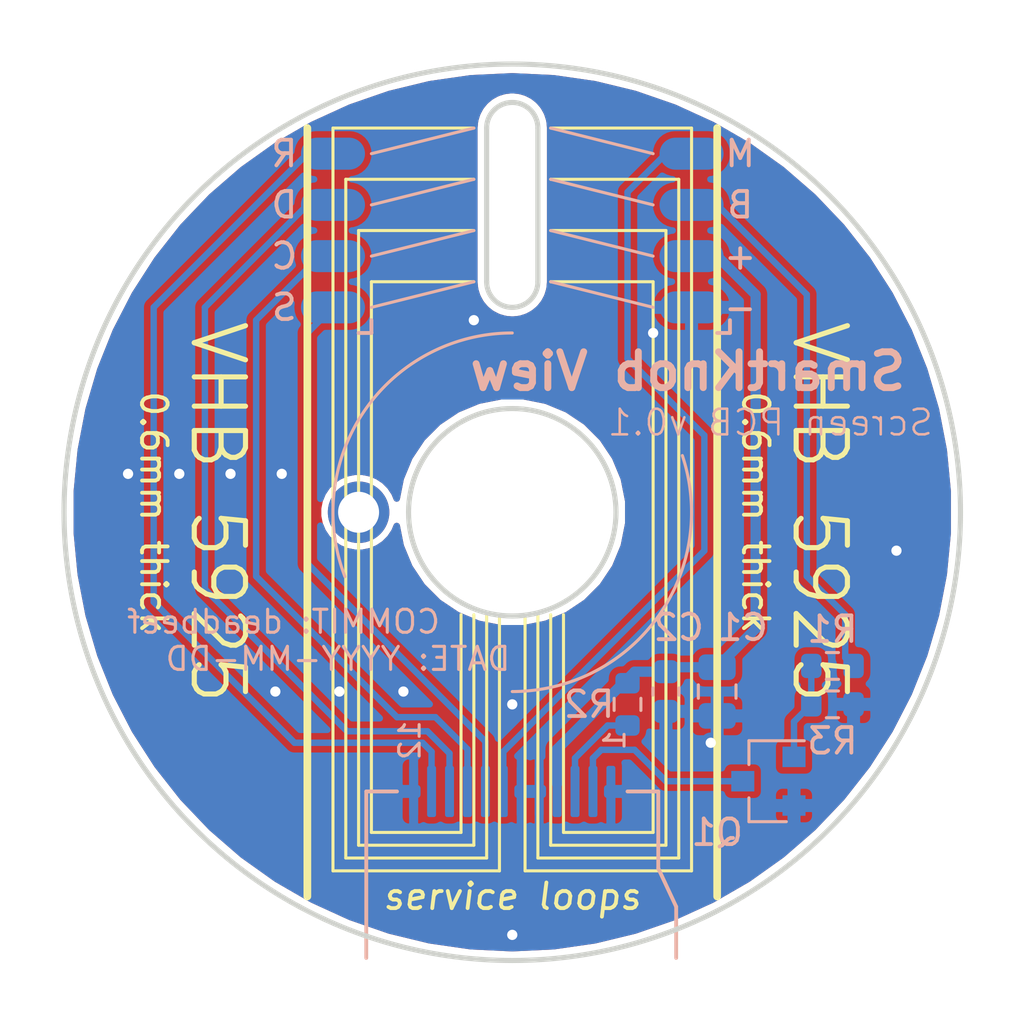
<source format=kicad_pcb>
(kicad_pcb (version 20171130) (host pcbnew 5.1.10-88a1d61d58~90~ubuntu20.04.1)

  (general
    (thickness 1.2)
    (drawings 66)
    (tracks 71)
    (zones 0)
    (modules 10)
    (nets 12)
  )

  (page A4)
  (layers
    (0 F.Cu signal hide)
    (31 B.Cu signal)
    (32 B.Adhes user)
    (33 F.Adhes user)
    (34 B.Paste user)
    (35 F.Paste user)
    (36 B.SilkS user)
    (37 F.SilkS user)
    (38 B.Mask user)
    (39 F.Mask user)
    (40 Dwgs.User user)
    (41 Cmts.User user)
    (42 Eco1.User user)
    (43 Eco2.User user)
    (44 Edge.Cuts user)
    (45 Margin user)
    (46 B.CrtYd user)
    (47 F.CrtYd user)
    (48 B.Fab user)
    (49 F.Fab user)
  )

  (setup
    (last_trace_width 0.25)
    (user_trace_width 0.4)
    (trace_clearance 0.2)
    (zone_clearance 0.254)
    (zone_45_only no)
    (trace_min 0.2)
    (via_size 0.8)
    (via_drill 0.4)
    (via_min_size 0.4)
    (via_min_drill 0.3)
    (uvia_size 0.3)
    (uvia_drill 0.1)
    (uvias_allowed no)
    (uvia_min_size 0.2)
    (uvia_min_drill 0.1)
    (edge_width 0.05)
    (segment_width 0.2)
    (pcb_text_width 0.3)
    (pcb_text_size 1.5 1.5)
    (mod_edge_width 0.12)
    (mod_text_size 1 1)
    (mod_text_width 0.15)
    (pad_size 1.524 1.524)
    (pad_drill 0.762)
    (pad_to_mask_clearance 0)
    (aux_axis_origin 0 0)
    (visible_elements FFFFFF7F)
    (pcbplotparams
      (layerselection 0x010fc_ffffffff)
      (usegerberextensions false)
      (usegerberattributes true)
      (usegerberadvancedattributes true)
      (creategerberjobfile true)
      (excludeedgelayer true)
      (linewidth 0.100000)
      (plotframeref false)
      (viasonmask false)
      (mode 1)
      (useauxorigin false)
      (hpglpennumber 1)
      (hpglpenspeed 20)
      (hpglpendiameter 15.000000)
      (psnegative false)
      (psa4output false)
      (plotreference true)
      (plotvalue true)
      (plotinvisibletext false)
      (padsonsilk false)
      (subtractmaskfromsilk false)
      (outputformat 4)
      (mirror false)
      (drillshape 0)
      (scaleselection 1)
      (outputdirectory "../build/"))
  )

  (net 0 "")
  (net 1 GND)
  (net 2 /VDD)
  (net 3 /DC)
  (net 4 /BACKLIGHT_EN)
  (net 5 /nRESET)
  (net 6 /MOSI)
  (net 7 /SCK)
  (net 8 /nCS)
  (net 9 /LEDA)
  (net 10 /LEDK)
  (net 11 "Net-(Q1-Pad1)")

  (net_class Default "This is the default net class."
    (clearance 0.2)
    (trace_width 0.25)
    (via_dia 0.8)
    (via_drill 0.4)
    (uvia_dia 0.3)
    (uvia_drill 0.1)
    (add_net /BACKLIGHT_EN)
    (add_net /DC)
    (add_net /LEDA)
    (add_net /LEDK)
    (add_net /MOSI)
    (add_net /SCK)
    (add_net /VDD)
    (add_net /nCS)
    (add_net /nRESET)
    (add_net GND)
    (add_net "Net-(Q1-Pad1)")
  )

  (module SolderPads:SolderPads_2mm_4 (layer B.Cu) (tedit 622E46A5) (tstamp 6207D74B)
    (at 93 92 90)
    (path /62076D99)
    (attr virtual)
    (fp_text reference J3 (at 0 -0.5 270) (layer B.SilkS) hide
      (effects (font (size 1 1) (thickness 0.15)) (justify mirror))
    )
    (fp_text value Conn_01x04 (at 0 0.5 270) (layer B.Fab)
      (effects (font (size 1 1) (thickness 0.15)) (justify mirror))
    )
    (fp_line (start -1 1.5) (end -1 1) (layer B.SilkS) (width 0.15))
    (fp_line (start -0.5 1.5) (end -1 1.5) (layer B.SilkS) (width 0.15))
    (pad 4 smd oval (at 6 0 90) (size 1.25 2.5) (layers B.Cu B.Mask)
      (net 5 /nRESET))
    (pad 3 smd oval (at 4 0 90) (size 1.25 2.5) (layers B.Cu B.Mask)
      (net 6 /MOSI))
    (pad 2 smd oval (at 2 0 90) (size 1.25 2.5) (layers B.Cu B.Mask)
      (net 7 /SCK))
    (pad 1 smd oval (at 0 0 90) (size 1.25 2.5) (layers B.Cu B.Mask)
      (net 8 /nCS))
  )

  (module SolderPads:SolderPads_2mm_4 (layer B.Cu) (tedit 622E46A5) (tstamp 620C013A)
    (at 107 92 90)
    (path /6207690B)
    (attr virtual)
    (fp_text reference J1 (at 0 -0.5 270) (layer B.SilkS) hide
      (effects (font (size 1 1) (thickness 0.15)) (justify mirror))
    )
    (fp_text value Conn_01x04 (at 0 0.5 270) (layer B.Fab)
      (effects (font (size 1 1) (thickness 0.15)) (justify mirror))
    )
    (fp_line (start -1 1.5) (end -1 1) (layer B.SilkS) (width 0.15))
    (fp_line (start -0.5 1.5) (end -1 1.5) (layer B.SilkS) (width 0.15))
    (pad 4 smd oval (at 6 0 90) (size 1.25 2.5) (layers B.Cu B.Mask)
      (net 3 /DC))
    (pad 3 smd oval (at 4 0 90) (size 1.25 2.5) (layers B.Cu B.Mask)
      (net 4 /BACKLIGHT_EN))
    (pad 2 smd oval (at 2 0 90) (size 1.25 2.5) (layers B.Cu B.Mask)
      (net 2 /VDD))
    (pad 1 smd oval (at 0 0 90) (size 1.25 2.5) (layers B.Cu B.Mask)
      (net 1 GND))
  )

  (module LCD_GC9A01:GC9A01Round1.28 (layer B.Cu) (tedit 622E4650) (tstamp 6207D05B)
    (at 100 110.9 90)
    (path /620756C7)
    (attr smd)
    (fp_text reference J2 (at 4 -1 90) (layer B.SilkS) hide
      (effects (font (size 1 1) (thickness 0.15)) (justify mirror))
    )
    (fp_text value GC9A01 (at 0 0.5 90) (layer B.Fab)
      (effects (font (size 1 1) (thickness 0.15)) (justify mirror))
    )
    (fp_text user 12 (at 2 -4 90) (layer B.SilkS)
      (effects (font (size 0.8 0.8) (thickness 0.12)) (justify mirror))
    )
    (fp_text user 1 (at 2 4 90) (layer B.SilkS)
      (effects (font (size 0.8 0.8) (thickness 0.12)) (justify mirror))
    )
    (fp_line (start 0 5.7) (end -3 5.7) (layer B.SilkS) (width 0.15))
    (fp_line (start 0 -5.7) (end -6.5 -5.7) (layer B.SilkS) (width 0.15))
    (fp_line (start -6.5 6.4) (end -4.5 6.4) (layer B.SilkS) (width 0.15))
    (fp_line (start -4.5 6.4) (end -3 5.7) (layer B.SilkS) (width 0.15))
    (fp_line (start 0 5.7) (end 0 4.5) (layer B.SilkS) (width 0.15))
    (fp_line (start 0 -5.7) (end 0 -4.5) (layer B.SilkS) (width 0.15))
    (pad 12 smd roundrect (at 0 -3.85 90) (size 2 0.35) (layers B.Cu B.Paste B.Mask) (roundrect_rratio 0.25)
      (net 1 GND))
    (pad 11 smd roundrect (at 0 -3.15 90) (size 2 0.35) (layers B.Cu B.Paste B.Mask) (roundrect_rratio 0.25)
      (net 5 /nRESET))
    (pad 10 smd roundrect (at 0 -2.45 90) (size 2 0.35) (layers B.Cu B.Paste B.Mask) (roundrect_rratio 0.25)
      (net 6 /MOSI))
    (pad 9 smd roundrect (at 0 -1.75 90) (size 2 0.35) (layers B.Cu B.Paste B.Mask) (roundrect_rratio 0.25)
      (net 7 /SCK))
    (pad 8 smd roundrect (at 0 -1.05 90) (size 2 0.35) (layers B.Cu B.Paste B.Mask) (roundrect_rratio 0.25)
      (net 8 /nCS))
    (pad 7 smd roundrect (at 0 -0.35 90) (size 2 0.35) (layers B.Cu B.Paste B.Mask) (roundrect_rratio 0.25)
      (net 3 /DC))
    (pad 6 smd roundrect (at 0 0.35 90) (size 2 0.35) (layers B.Cu B.Paste B.Mask) (roundrect_rratio 0.25)
      (net 1 GND))
    (pad 5 smd roundrect (at 0 1.05 90) (size 2 0.35) (layers B.Cu B.Paste B.Mask) (roundrect_rratio 0.25)
      (net 1 GND))
    (pad 4 smd roundrect (at 0 1.75 90) (size 2 0.35) (layers B.Cu B.Paste B.Mask) (roundrect_rratio 0.25)
      (net 2 /VDD))
    (pad 3 smd roundrect (at 0 2.45 90) (size 2 0.35) (layers B.Cu B.Paste B.Mask) (roundrect_rratio 0.25)
      (net 9 /LEDA))
    (pad 2 smd roundrect (at 0 3.15 90) (size 2 0.35) (layers B.Cu B.Paste B.Mask) (roundrect_rratio 0.25)
      (net 10 /LEDK))
    (pad 1 smd roundrect (at 0 3.85 90) (size 2 0.35) (layers B.Cu B.Paste B.Mask) (roundrect_rratio 0.25)
      (net 1 GND))
    (model ${KIPRJMOD}/../lib/LCD_GC9A01.3dshapes/TFT-Round-1.28.step
      (offset (xyz 10.9 0 -1.8))
      (scale (xyz 1 1 1))
      (rotate (xyz 0 180 90))
    )
  )

  (module Resistor_SMD:R_0603_1608Metric (layer B.Cu) (tedit 5F68FEEE) (tstamp 6207D0AD)
    (at 112.5 107.5)
    (descr "Resistor SMD 0603 (1608 Metric), square (rectangular) end terminal, IPC_7351 nominal, (Body size source: IPC-SM-782 page 72, https://www.pcb-3d.com/wordpress/wp-content/uploads/ipc-sm-782a_amendment_1_and_2.pdf), generated with kicad-footprint-generator")
    (tags resistor)
    (path /620807F6)
    (attr smd)
    (fp_text reference R3 (at 0 1.43) (layer B.SilkS)
      (effects (font (size 1 1) (thickness 0.15)) (justify mirror))
    )
    (fp_text value 1M (at 0 -1.43) (layer B.Fab)
      (effects (font (size 1 1) (thickness 0.15)) (justify mirror))
    )
    (fp_line (start -0.8 -0.4125) (end -0.8 0.4125) (layer B.Fab) (width 0.1))
    (fp_line (start -0.8 0.4125) (end 0.8 0.4125) (layer B.Fab) (width 0.1))
    (fp_line (start 0.8 0.4125) (end 0.8 -0.4125) (layer B.Fab) (width 0.1))
    (fp_line (start 0.8 -0.4125) (end -0.8 -0.4125) (layer B.Fab) (width 0.1))
    (fp_line (start -0.237258 0.5225) (end 0.237258 0.5225) (layer B.SilkS) (width 0.12))
    (fp_line (start -0.237258 -0.5225) (end 0.237258 -0.5225) (layer B.SilkS) (width 0.12))
    (fp_line (start -1.48 -0.73) (end -1.48 0.73) (layer B.CrtYd) (width 0.05))
    (fp_line (start -1.48 0.73) (end 1.48 0.73) (layer B.CrtYd) (width 0.05))
    (fp_line (start 1.48 0.73) (end 1.48 -0.73) (layer B.CrtYd) (width 0.05))
    (fp_line (start 1.48 -0.73) (end -1.48 -0.73) (layer B.CrtYd) (width 0.05))
    (fp_text user %R (at 0 0) (layer B.Fab)
      (effects (font (size 0.4 0.4) (thickness 0.06)) (justify mirror))
    )
    (pad 2 smd roundrect (at 0.825 0) (size 0.8 0.95) (layers B.Cu B.Paste B.Mask) (roundrect_rratio 0.25)
      (net 1 GND))
    (pad 1 smd roundrect (at -0.825 0) (size 0.8 0.95) (layers B.Cu B.Paste B.Mask) (roundrect_rratio 0.25)
      (net 11 "Net-(Q1-Pad1)"))
    (model ${KISYS3DMOD}/Resistor_SMD.3dshapes/R_0603_1608Metric.wrl
      (at (xyz 0 0 0))
      (scale (xyz 1 1 1))
      (rotate (xyz 0 0 0))
    )
  )

  (module Resistor_SMD:R_0603_1608Metric (layer B.Cu) (tedit 5F68FEEE) (tstamp 6207D09C)
    (at 104.5 107.5 270)
    (descr "Resistor SMD 0603 (1608 Metric), square (rectangular) end terminal, IPC_7351 nominal, (Body size source: IPC-SM-782 page 72, https://www.pcb-3d.com/wordpress/wp-content/uploads/ipc-sm-782a_amendment_1_and_2.pdf), generated with kicad-footprint-generator")
    (tags resistor)
    (path /6209F498)
    (attr smd)
    (fp_text reference R2 (at 0 1.5) (layer B.SilkS)
      (effects (font (size 1 1) (thickness 0.15)) (justify mirror))
    )
    (fp_text value 22R (at 0 -1.43 270) (layer B.Fab)
      (effects (font (size 1 1) (thickness 0.15)) (justify mirror))
    )
    (fp_line (start -0.8 -0.4125) (end -0.8 0.4125) (layer B.Fab) (width 0.1))
    (fp_line (start -0.8 0.4125) (end 0.8 0.4125) (layer B.Fab) (width 0.1))
    (fp_line (start 0.8 0.4125) (end 0.8 -0.4125) (layer B.Fab) (width 0.1))
    (fp_line (start 0.8 -0.4125) (end -0.8 -0.4125) (layer B.Fab) (width 0.1))
    (fp_line (start -0.237258 0.5225) (end 0.237258 0.5225) (layer B.SilkS) (width 0.12))
    (fp_line (start -0.237258 -0.5225) (end 0.237258 -0.5225) (layer B.SilkS) (width 0.12))
    (fp_line (start -1.48 -0.73) (end -1.48 0.73) (layer B.CrtYd) (width 0.05))
    (fp_line (start -1.48 0.73) (end 1.48 0.73) (layer B.CrtYd) (width 0.05))
    (fp_line (start 1.48 0.73) (end 1.48 -0.73) (layer B.CrtYd) (width 0.05))
    (fp_line (start 1.48 -0.73) (end -1.48 -0.73) (layer B.CrtYd) (width 0.05))
    (fp_text user %R (at 0 0 270) (layer B.Fab)
      (effects (font (size 0.4 0.4) (thickness 0.06)) (justify mirror))
    )
    (pad 2 smd roundrect (at 0.825 0 270) (size 0.8 0.95) (layers B.Cu B.Paste B.Mask) (roundrect_rratio 0.25)
      (net 9 /LEDA))
    (pad 1 smd roundrect (at -0.825 0 270) (size 0.8 0.95) (layers B.Cu B.Paste B.Mask) (roundrect_rratio 0.25)
      (net 2 /VDD))
    (model ${KISYS3DMOD}/Resistor_SMD.3dshapes/R_0603_1608Metric.wrl
      (at (xyz 0 0 0))
      (scale (xyz 1 1 1))
      (rotate (xyz 0 0 0))
    )
  )

  (module Resistor_SMD:R_0603_1608Metric (layer B.Cu) (tedit 5F68FEEE) (tstamp 6207D08B)
    (at 112.5 106 180)
    (descr "Resistor SMD 0603 (1608 Metric), square (rectangular) end terminal, IPC_7351 nominal, (Body size source: IPC-SM-782 page 72, https://www.pcb-3d.com/wordpress/wp-content/uploads/ipc-sm-782a_amendment_1_and_2.pdf), generated with kicad-footprint-generator")
    (tags resistor)
    (path /6208164C)
    (attr smd)
    (fp_text reference R1 (at 0 1.43) (layer B.SilkS)
      (effects (font (size 1 1) (thickness 0.15)) (justify mirror))
    )
    (fp_text value 10k (at 0 -1.43) (layer B.Fab)
      (effects (font (size 1 1) (thickness 0.15)) (justify mirror))
    )
    (fp_line (start -0.8 -0.4125) (end -0.8 0.4125) (layer B.Fab) (width 0.1))
    (fp_line (start -0.8 0.4125) (end 0.8 0.4125) (layer B.Fab) (width 0.1))
    (fp_line (start 0.8 0.4125) (end 0.8 -0.4125) (layer B.Fab) (width 0.1))
    (fp_line (start 0.8 -0.4125) (end -0.8 -0.4125) (layer B.Fab) (width 0.1))
    (fp_line (start -0.237258 0.5225) (end 0.237258 0.5225) (layer B.SilkS) (width 0.12))
    (fp_line (start -0.237258 -0.5225) (end 0.237258 -0.5225) (layer B.SilkS) (width 0.12))
    (fp_line (start -1.48 -0.73) (end -1.48 0.73) (layer B.CrtYd) (width 0.05))
    (fp_line (start -1.48 0.73) (end 1.48 0.73) (layer B.CrtYd) (width 0.05))
    (fp_line (start 1.48 0.73) (end 1.48 -0.73) (layer B.CrtYd) (width 0.05))
    (fp_line (start 1.48 -0.73) (end -1.48 -0.73) (layer B.CrtYd) (width 0.05))
    (fp_text user %R (at 0 0) (layer B.Fab)
      (effects (font (size 0.4 0.4) (thickness 0.06)) (justify mirror))
    )
    (pad 2 smd roundrect (at 0.825 0 180) (size 0.8 0.95) (layers B.Cu B.Paste B.Mask) (roundrect_rratio 0.25)
      (net 11 "Net-(Q1-Pad1)"))
    (pad 1 smd roundrect (at -0.825 0 180) (size 0.8 0.95) (layers B.Cu B.Paste B.Mask) (roundrect_rratio 0.25)
      (net 4 /BACKLIGHT_EN))
    (model ${KISYS3DMOD}/Resistor_SMD.3dshapes/R_0603_1608Metric.wrl
      (at (xyz 0 0 0))
      (scale (xyz 1 1 1))
      (rotate (xyz 0 0 0))
    )
  )

  (module Package_TO_SOT_SMD:SOT-23 (layer B.Cu) (tedit 5A02FF57) (tstamp 6207D07A)
    (at 110 110.5 180)
    (descr "SOT-23, Standard")
    (tags SOT-23)
    (path /6207DB9F)
    (attr smd)
    (fp_text reference Q1 (at 2 -2 180) (layer B.SilkS)
      (effects (font (size 1 1) (thickness 0.15)) (justify mirror))
    )
    (fp_text value 2N7002 (at 0 -2.5 180) (layer B.Fab)
      (effects (font (size 1 1) (thickness 0.15)) (justify mirror))
    )
    (fp_line (start -0.7 0.95) (end -0.7 -1.5) (layer B.Fab) (width 0.1))
    (fp_line (start -0.15 1.52) (end 0.7 1.52) (layer B.Fab) (width 0.1))
    (fp_line (start -0.7 0.95) (end -0.15 1.52) (layer B.Fab) (width 0.1))
    (fp_line (start 0.7 1.52) (end 0.7 -1.52) (layer B.Fab) (width 0.1))
    (fp_line (start -0.7 -1.52) (end 0.7 -1.52) (layer B.Fab) (width 0.1))
    (fp_line (start 0.76 -1.58) (end 0.76 -0.65) (layer B.SilkS) (width 0.12))
    (fp_line (start 0.76 1.58) (end 0.76 0.65) (layer B.SilkS) (width 0.12))
    (fp_line (start -1.7 1.75) (end 1.7 1.75) (layer B.CrtYd) (width 0.05))
    (fp_line (start 1.7 1.75) (end 1.7 -1.75) (layer B.CrtYd) (width 0.05))
    (fp_line (start 1.7 -1.75) (end -1.7 -1.75) (layer B.CrtYd) (width 0.05))
    (fp_line (start -1.7 -1.75) (end -1.7 1.75) (layer B.CrtYd) (width 0.05))
    (fp_line (start 0.76 1.58) (end -1.4 1.58) (layer B.SilkS) (width 0.12))
    (fp_line (start 0.76 -1.58) (end -0.7 -1.58) (layer B.SilkS) (width 0.12))
    (fp_text user %R (at 0 0 90) (layer B.Fab)
      (effects (font (size 0.5 0.5) (thickness 0.075)) (justify mirror))
    )
    (pad 3 smd rect (at 1 0 180) (size 0.9 0.8) (layers B.Cu B.Paste B.Mask)
      (net 10 /LEDK))
    (pad 2 smd rect (at -1 -0.95 180) (size 0.9 0.8) (layers B.Cu B.Paste B.Mask)
      (net 1 GND))
    (pad 1 smd rect (at -1 0.95 180) (size 0.9 0.8) (layers B.Cu B.Paste B.Mask)
      (net 11 "Net-(Q1-Pad1)"))
    (model ${KISYS3DMOD}/Package_TO_SOT_SMD.3dshapes/SOT-23.wrl
      (at (xyz 0 0 0))
      (scale (xyz 1 1 1))
      (rotate (xyz 0 0 0))
    )
  )

  (module Holes:AlignmentHole_1.6 locked (layer F.Cu) (tedit 620752D6) (tstamp 6207D039)
    (at 94 100)
    (descr "Mounting Hole 2.2mm, no annular, M2, ISO7380")
    (tags "mounting hole 2.2mm no annular m2 iso7380")
    (path /62075165)
    (attr virtual)
    (fp_text reference H1 (at 0 -2.75) (layer F.SilkS) hide
      (effects (font (size 1 1) (thickness 0.15)))
    )
    (fp_text value AlignmentHole (at 0 2.75) (layer F.Fab) hide
      (effects (font (size 1 1) (thickness 0.15)))
    )
    (fp_text user %R (at 0.3 0) (layer F.Fab)
      (effects (font (size 1 1) (thickness 0.15)))
    )
    (pad 1 thru_hole circle (at 0 0) (size 2.4 2.4) (drill 1.6) (layers *.Cu *.Mask))
  )

  (module Capacitor_SMD:C_0603_1608Metric (layer B.Cu) (tedit 5F68FEEE) (tstamp 6207D496)
    (at 106 107 270)
    (descr "Capacitor SMD 0603 (1608 Metric), square (rectangular) end terminal, IPC_7351 nominal, (Body size source: IPC-SM-782 page 76, https://www.pcb-3d.com/wordpress/wp-content/uploads/ipc-sm-782a_amendment_1_and_2.pdf), generated with kicad-footprint-generator")
    (tags capacitor)
    (path /620AE2F6)
    (attr smd)
    (fp_text reference C2 (at -2.5 -0.5) (layer B.SilkS)
      (effects (font (size 1 1) (thickness 0.15)) (justify mirror))
    )
    (fp_text value 0.1uF (at 0 -1.43 270) (layer B.Fab)
      (effects (font (size 1 1) (thickness 0.15)) (justify mirror))
    )
    (fp_line (start -0.8 -0.4) (end -0.8 0.4) (layer B.Fab) (width 0.1))
    (fp_line (start -0.8 0.4) (end 0.8 0.4) (layer B.Fab) (width 0.1))
    (fp_line (start 0.8 0.4) (end 0.8 -0.4) (layer B.Fab) (width 0.1))
    (fp_line (start 0.8 -0.4) (end -0.8 -0.4) (layer B.Fab) (width 0.1))
    (fp_line (start -0.14058 0.51) (end 0.14058 0.51) (layer B.SilkS) (width 0.12))
    (fp_line (start -0.14058 -0.51) (end 0.14058 -0.51) (layer B.SilkS) (width 0.12))
    (fp_line (start -1.48 -0.73) (end -1.48 0.73) (layer B.CrtYd) (width 0.05))
    (fp_line (start -1.48 0.73) (end 1.48 0.73) (layer B.CrtYd) (width 0.05))
    (fp_line (start 1.48 0.73) (end 1.48 -0.73) (layer B.CrtYd) (width 0.05))
    (fp_line (start 1.48 -0.73) (end -1.48 -0.73) (layer B.CrtYd) (width 0.05))
    (fp_text user %R (at 0 0 270) (layer B.Fab)
      (effects (font (size 0.4 0.4) (thickness 0.06)) (justify mirror))
    )
    (pad 2 smd roundrect (at 0.775 0 270) (size 0.9 0.95) (layers B.Cu B.Paste B.Mask) (roundrect_rratio 0.25)
      (net 1 GND))
    (pad 1 smd roundrect (at -0.775 0 270) (size 0.9 0.95) (layers B.Cu B.Paste B.Mask) (roundrect_rratio 0.25)
      (net 2 /VDD))
    (model ${KISYS3DMOD}/Capacitor_SMD.3dshapes/C_0603_1608Metric.wrl
      (at (xyz 0 0 0))
      (scale (xyz 1 1 1))
      (rotate (xyz 0 0 0))
    )
  )

  (module Capacitor_SMD:C_0805_2012Metric (layer B.Cu) (tedit 5F68FEEE) (tstamp 6207D4C6)
    (at 108 107 270)
    (descr "Capacitor SMD 0805 (2012 Metric), square (rectangular) end terminal, IPC_7351 nominal, (Body size source: IPC-SM-782 page 76, https://www.pcb-3d.com/wordpress/wp-content/uploads/ipc-sm-782a_amendment_1_and_2.pdf, https://docs.google.com/spreadsheets/d/1BsfQQcO9C6DZCsRaXUlFlo91Tg2WpOkGARC1WS5S8t0/edit?usp=sharing), generated with kicad-footprint-generator")
    (tags capacitor)
    (path /6208DA53)
    (attr smd)
    (fp_text reference C1 (at -2.5 -1) (layer B.SilkS)
      (effects (font (size 1 1) (thickness 0.15)) (justify mirror))
    )
    (fp_text value 22uF (at 0 -1.68 270) (layer B.Fab)
      (effects (font (size 1 1) (thickness 0.15)) (justify mirror))
    )
    (fp_line (start -1 -0.625) (end -1 0.625) (layer B.Fab) (width 0.1))
    (fp_line (start -1 0.625) (end 1 0.625) (layer B.Fab) (width 0.1))
    (fp_line (start 1 0.625) (end 1 -0.625) (layer B.Fab) (width 0.1))
    (fp_line (start 1 -0.625) (end -1 -0.625) (layer B.Fab) (width 0.1))
    (fp_line (start -0.261252 0.735) (end 0.261252 0.735) (layer B.SilkS) (width 0.12))
    (fp_line (start -0.261252 -0.735) (end 0.261252 -0.735) (layer B.SilkS) (width 0.12))
    (fp_line (start -1.7 -0.98) (end -1.7 0.98) (layer B.CrtYd) (width 0.05))
    (fp_line (start -1.7 0.98) (end 1.7 0.98) (layer B.CrtYd) (width 0.05))
    (fp_line (start 1.7 0.98) (end 1.7 -0.98) (layer B.CrtYd) (width 0.05))
    (fp_line (start 1.7 -0.98) (end -1.7 -0.98) (layer B.CrtYd) (width 0.05))
    (fp_text user %R (at 0 0 270) (layer B.Fab)
      (effects (font (size 0.5 0.5) (thickness 0.08)) (justify mirror))
    )
    (pad 2 smd roundrect (at 0.95 0 270) (size 1 1.45) (layers B.Cu B.Paste B.Mask) (roundrect_rratio 0.25)
      (net 1 GND))
    (pad 1 smd roundrect (at -0.95 0 270) (size 1 1.45) (layers B.Cu B.Paste B.Mask) (roundrect_rratio 0.25)
      (net 2 /VDD))
    (model ${KISYS3DMOD}/Capacitor_SMD.3dshapes/C_0805_2012Metric.wrl
      (at (xyz 0 0 0))
      (scale (xyz 1 1 1))
      (rotate (xyz 0 0 0))
    )
  )

  (gr_line (start 101.5 91) (end 105.5 92) (layer B.SilkS) (width 0.12) (tstamp 620C24DF))
  (gr_line (start 101.5 89) (end 105.5 90) (layer B.SilkS) (width 0.12) (tstamp 620C24DF))
  (gr_line (start 101.5 87) (end 105.5 88) (layer B.SilkS) (width 0.12) (tstamp 620C24DF))
  (gr_line (start 101.5 85) (end 105.5 86) (layer B.SilkS) (width 0.12) (tstamp 620C24DA))
  (gr_line (start 98.5 91) (end 94.5 92) (layer B.SilkS) (width 0.12) (tstamp 620C23A8))
  (gr_line (start 98.5 89) (end 94.5 90) (layer B.SilkS) (width 0.12) (tstamp 620C23A8))
  (gr_line (start 98.5 87) (end 94.5 88) (layer B.SilkS) (width 0.12) (tstamp 620C23A8))
  (gr_line (start 98.5 85) (end 94.5 86) (layer B.SilkS) (width 0.12) (tstamp 620C23A4))
  (gr_text "VHB 5925" (at 88.5 100 -90) (layer F.SilkS) (tstamp 620C0FC5)
    (effects (font (size 2 2) (thickness 0.2)))
  )
  (gr_arc (start 100 100) (end 100 107) (angle -108.4349488) (layer B.SilkS) (width 0.12) (tstamp 620C0C43))
  (gr_line (start 98.5 91) (end 94.5 91) (layer F.SilkS) (width 0.12) (tstamp 620C0A67))
  (gr_line (start 101 91) (end 101 85) (layer Edge.Cuts) (width 0.2) (tstamp 620C0238))
  (gr_line (start 99 85) (end 99 91) (layer Edge.Cuts) (width 0.2) (tstamp 620C0236))
  (gr_arc (start 100 91) (end 99 91) (angle -180) (layer Edge.Cuts) (width 0.2) (tstamp 620C0228))
  (gr_arc (start 100 85) (end 101 85) (angle -180) (layer Edge.Cuts) (width 0.2))
  (gr_arc (start 100 100) (end 100 93) (angle -111.037511) (layer B.SilkS) (width 0.12))
  (gr_text "    COMMIT: deadbeef\nDATE: YYYY-MM-DD\n" (at 100 105) (layer B.SilkS) (tstamp 620BB164)
    (effects (font (size 0.9 0.9) (thickness 0.12)) (justify left mirror))
  )
  (gr_text "Screen PCB v0.1" (at 116.5 96.5) (layer B.SilkS)
    (effects (font (size 1 1) (thickness 0.1)) (justify left mirror))
  )
  (gr_text "SmartKnob View" (at 115.5 94.5) (layer B.SilkS) (tstamp 620C0ACE)
    (effects (font (size 1.4 1.4) (thickness 0.27)) (justify left mirror))
  )
  (gr_line (start 101 113.5) (end 101 104) (layer F.SilkS) (width 0.12))
  (gr_text S (at 91.1 92) (layer B.SilkS)
    (effects (font (size 1 1) (thickness 0.15)) (justify mirror))
  )
  (gr_text C (at 91.1 90) (layer B.SilkS)
    (effects (font (size 1 1) (thickness 0.15)) (justify mirror))
  )
  (gr_text - (at 108.9 92) (layer B.SilkS)
    (effects (font (size 1 1) (thickness 0.15)) (justify mirror))
  )
  (gr_text + (at 108.9 90) (layer B.SilkS)
    (effects (font (size 1 1) (thickness 0.15)) (justify mirror))
  )
  (gr_text B (at 108.9 88) (layer B.SilkS)
    (effects (font (size 1 1) (thickness 0.15)) (justify mirror))
  )
  (gr_text D (at 91.1 88) (layer B.SilkS)
    (effects (font (size 1 1) (thickness 0.15)) (justify mirror))
  )
  (gr_text M (at 108.9 86) (layer B.SilkS)
    (effects (font (size 1 1) (thickness 0.15)) (justify mirror))
  )
  (gr_text R (at 91.1 86) (layer B.SilkS)
    (effects (font (size 1 1) (thickness 0.15)) (justify mirror))
  )
  (gr_text "0.6mm thick" (at 86 100 -90) (layer F.SilkS) (tstamp 6208F7F2)
    (effects (font (size 1 1) (thickness 0.15)))
  )
  (gr_text "0.6mm thick" (at 109.5 100 -90) (layer F.SilkS)
    (effects (font (size 1 1) (thickness 0.15)))
  )
  (gr_line (start 98 112.5) (end 98 104) (layer F.SilkS) (width 0.12))
  (gr_line (start 94.5 112.5) (end 98 112.5) (layer F.SilkS) (width 0.12))
  (gr_line (start 94.5 91) (end 94.5 112.5) (layer F.SilkS) (width 0.12))
  (gr_line (start 98.5 113) (end 98.5 104) (layer F.SilkS) (width 0.12))
  (gr_line (start 94 113) (end 98.5 113) (layer F.SilkS) (width 0.12))
  (gr_line (start 94 89) (end 94 113) (layer F.SilkS) (width 0.12))
  (gr_line (start 98.5 89) (end 94 89) (layer F.SilkS) (width 0.12))
  (gr_line (start 99 113.5) (end 99 104) (layer F.SilkS) (width 0.12))
  (gr_line (start 93.5 113.5) (end 99 113.5) (layer F.SilkS) (width 0.12))
  (gr_line (start 93.5 87) (end 93.5 113.5) (layer F.SilkS) (width 0.12))
  (gr_line (start 98.5 87) (end 93.5 87) (layer F.SilkS) (width 0.12))
  (gr_line (start 99.5 114) (end 99.5 104) (layer F.SilkS) (width 0.12))
  (gr_line (start 93 114) (end 99.5 114) (layer F.SilkS) (width 0.12))
  (gr_line (start 93 85) (end 93 114) (layer F.SilkS) (width 0.12))
  (gr_line (start 98.5 85) (end 93 85) (layer F.SilkS) (width 0.12))
  (gr_text "service loops" (at 100 115) (layer F.SilkS) (tstamp 6208F6F4)
    (effects (font (size 1 1) (thickness 0.15) italic))
  )
  (gr_line (start 102 112.5) (end 102 104) (layer F.SilkS) (width 0.12))
  (gr_line (start 105.5 112.5) (end 102 112.5) (layer F.SilkS) (width 0.12))
  (gr_line (start 105.5 91) (end 105.5 112.5) (layer F.SilkS) (width 0.12))
  (gr_line (start 101.5 91) (end 105.5 91) (layer F.SilkS) (width 0.12))
  (gr_line (start 101.5 113) (end 101.5 104) (layer F.SilkS) (width 0.12))
  (gr_line (start 106 113) (end 101.5 113) (layer F.SilkS) (width 0.12))
  (gr_line (start 106 89) (end 106 113) (layer F.SilkS) (width 0.12) (tstamp 6208F6BF))
  (gr_line (start 101.5 89) (end 106 89) (layer F.SilkS) (width 0.12))
  (gr_line (start 106.5 113.5) (end 101 113.5) (layer F.SilkS) (width 0.12))
  (gr_line (start 106.5 87) (end 106.5 113.5) (layer F.SilkS) (width 0.12))
  (gr_line (start 101.5 87) (end 106.5 87) (layer F.SilkS) (width 0.12))
  (gr_line (start 100.5 114) (end 100.5 104) (layer F.SilkS) (width 0.12))
  (gr_line (start 107 114) (end 100.5 114) (layer F.SilkS) (width 0.12))
  (gr_line (start 107 85) (end 107 114) (layer F.SilkS) (width 0.12))
  (gr_line (start 101.5 85) (end 107 85) (layer F.SilkS) (width 0.12))
  (gr_text "VHB 5925" (at 112 100 -90) (layer F.SilkS)
    (effects (font (size 2 2) (thickness 0.2)))
  )
  (gr_line (start 92 85) (end 92 115) (layer F.SilkS) (width 0.3))
  (gr_line (start 108 85) (end 108 115) (layer F.SilkS) (width 0.3))
  (gr_circle (center 100 100) (end 117.5 100) (layer Edge.Cuts) (width 0.2))
  (gr_circle (center 100 100) (end 104.05 100) (layer Edge.Cuts) (width 0.2))

  (via (at 91 98.5) (size 0.8) (drill 0.4) (layers F.Cu B.Cu) (net 1))
  (via (at 89 98.5) (size 0.8) (drill 0.4) (layers F.Cu B.Cu) (net 1))
  (via (at 87 98.5) (size 0.8) (drill 0.4) (layers F.Cu B.Cu) (net 1))
  (via (at 95.75 107) (size 0.8) (drill 0.4) (layers F.Cu B.Cu) (net 1))
  (via (at 93.25 107) (size 0.8) (drill 0.4) (layers F.Cu B.Cu) (net 1) (tstamp 620905D8))
  (via (at 90.75 107) (size 0.8) (drill 0.4) (layers F.Cu B.Cu) (net 1))
  (via (at 100 116.5) (size 0.8) (drill 0.4) (layers F.Cu B.Cu) (net 1))
  (via (at 115 101.5) (size 0.8) (drill 0.4) (layers F.Cu B.Cu) (net 1))
  (via (at 85 98.5) (size 0.8) (drill 0.4) (layers F.Cu B.Cu) (net 1))
  (via (at 100 107.5) (size 0.8) (drill 0.4) (layers F.Cu B.Cu) (net 1))
  (via (at 107.75 109) (size 0.8) (drill 0.4) (layers F.Cu B.Cu) (net 1))
  (via (at 98.5 92.5) (size 0.8) (drill 0.4) (layers F.Cu B.Cu) (net 1))
  (via (at 105.5 93) (size 0.8) (drill 0.4) (layers F.Cu B.Cu) (net 1))
  (segment (start 106.175 106.05) (end 106 106.225) (width 0.25) (layer B.Cu) (net 2))
  (segment (start 108 106.05) (end 106.175 106.05) (width 0.4) (layer B.Cu) (net 2))
  (segment (start 104.775 106.225) (end 101.75 109.25) (width 0.4) (layer B.Cu) (net 2))
  (segment (start 106 106.225) (end 104.775 106.225) (width 0.4) (layer B.Cu) (net 2))
  (segment (start 101.75 109.25) (end 101.75 110.6) (width 0.4) (layer B.Cu) (net 2))
  (segment (start 109.5 104.55) (end 108 106.05) (width 0.4) (layer B.Cu) (net 2))
  (segment (start 109.5 91.5) (end 109.5 104.55) (width 0.4) (layer B.Cu) (net 2))
  (segment (start 108 90) (end 109.5 91.5) (width 0.4) (layer B.Cu) (net 2))
  (segment (start 108 90) (end 107 90) (width 0.4) (layer B.Cu) (net 2))
  (segment (start 106 86) (end 107 86) (width 0.25) (layer B.Cu) (net 3))
  (segment (start 104.5 87.5) (end 106 86) (width 0.25) (layer B.Cu) (net 3))
  (segment (start 104.5 94) (end 104.5 87.5) (width 0.25) (layer B.Cu) (net 3))
  (segment (start 107.5 101.5) (end 107.5 97) (width 0.25) (layer B.Cu) (net 3))
  (segment (start 107.5 97) (end 104.5 94) (width 0.25) (layer B.Cu) (net 3))
  (segment (start 99.65 109.35) (end 107.5 101.5) (width 0.25) (layer B.Cu) (net 3))
  (segment (start 99.65 110.6) (end 99.65 109.35) (width 0.25) (layer B.Cu) (net 3))
  (segment (start 113 104) (end 113 105.675) (width 0.25) (layer B.Cu) (net 4))
  (segment (start 111.5 102.5) (end 113 104) (width 0.25) (layer B.Cu) (net 4))
  (segment (start 111.5 91.5) (end 111.5 102.5) (width 0.25) (layer B.Cu) (net 4))
  (segment (start 108 88) (end 111.5 91.5) (width 0.25) (layer B.Cu) (net 4))
  (segment (start 113 105.675) (end 113.325 106) (width 0.25) (layer B.Cu) (net 4))
  (segment (start 107 88) (end 108 88) (width 0.25) (layer B.Cu) (net 4))
  (segment (start 86 92) (end 92 86) (width 0.25) (layer B.Cu) (net 5))
  (segment (start 86 103.5) (end 86 92) (width 0.25) (layer B.Cu) (net 5))
  (segment (start 91.5 109) (end 86 103.5) (width 0.25) (layer B.Cu) (net 5))
  (segment (start 96.5 109) (end 91.5 109) (width 0.25) (layer B.Cu) (net 5))
  (segment (start 96.85 109.35) (end 96.5 109) (width 0.25) (layer B.Cu) (net 5))
  (segment (start 92 86) (end 93 86) (width 0.25) (layer B.Cu) (net 5))
  (segment (start 96.85 110.6) (end 96.85 109.35) (width 0.25) (layer B.Cu) (net 5))
  (segment (start 96.686401 108.549991) (end 97.55 109.413589) (width 0.25) (layer B.Cu) (net 6))
  (segment (start 93.549991 108.549991) (end 96.686401 108.549991) (width 0.25) (layer B.Cu) (net 6))
  (segment (start 88 103) (end 93.549991 108.549991) (width 0.25) (layer B.Cu) (net 6))
  (segment (start 97.55 109.413589) (end 97.55 110.6) (width 0.25) (layer B.Cu) (net 6))
  (segment (start 88 92) (end 88 103) (width 0.25) (layer B.Cu) (net 6))
  (segment (start 92 88) (end 88 92) (width 0.25) (layer B.Cu) (net 6))
  (segment (start 93 88) (end 92 88) (width 0.25) (layer B.Cu) (net 6))
  (segment (start 90 92.5) (end 92.5 90) (width 0.25) (layer B.Cu) (net 7))
  (segment (start 95.5 108) (end 90 102.5) (width 0.25) (layer B.Cu) (net 7))
  (segment (start 90 102.5) (end 90 92.5) (width 0.25) (layer B.Cu) (net 7))
  (segment (start 97 108) (end 95.5 108) (width 0.25) (layer B.Cu) (net 7))
  (segment (start 98.25 109.25) (end 97 108) (width 0.25) (layer B.Cu) (net 7))
  (segment (start 92.5 90) (end 93 90) (width 0.25) (layer B.Cu) (net 7))
  (segment (start 98.25 110.6) (end 98.25 109.25) (width 0.25) (layer B.Cu) (net 7))
  (segment (start 92 93) (end 93 92) (width 0.25) (layer B.Cu) (net 8))
  (segment (start 92 102) (end 92 93) (width 0.25) (layer B.Cu) (net 8))
  (segment (start 98.95 108.95) (end 92 102) (width 0.25) (layer B.Cu) (net 8))
  (segment (start 98.95 110.6) (end 98.95 108.95) (width 0.25) (layer B.Cu) (net 8))
  (segment (start 103.725 108.325) (end 104.5 108.325) (width 0.25) (layer B.Cu) (net 9))
  (segment (start 102.45 109.6) (end 103.725 108.325) (width 0.25) (layer B.Cu) (net 9))
  (segment (start 102.45 110.6) (end 102.45 109.6) (width 0.25) (layer B.Cu) (net 9))
  (segment (start 103.47501 109.27499) (end 104.77499 109.27499) (width 0.25) (layer B.Cu) (net 10))
  (segment (start 103.15 109.6) (end 103.47501 109.27499) (width 0.25) (layer B.Cu) (net 10))
  (segment (start 103.15 110.6) (end 103.15 109.6) (width 0.25) (layer B.Cu) (net 10))
  (segment (start 106 110.5) (end 109 110.5) (width 0.25) (layer B.Cu) (net 10))
  (segment (start 104.77499 109.27499) (end 106 110.5) (width 0.25) (layer B.Cu) (net 10))
  (segment (start 111 108.175) (end 111.675 107.5) (width 0.25) (layer B.Cu) (net 11))
  (segment (start 111 109.55) (end 111 108.175) (width 0.25) (layer B.Cu) (net 11))
  (segment (start 111.675 106) (end 111.675 107.5) (width 0.25) (layer B.Cu) (net 11))

  (zone (net 1) (net_name GND) (layer F.Cu) (tstamp 620B8EC8) (hatch edge 0.508)
    (connect_pads (clearance 0.254))
    (min_thickness 0.254)
    (fill yes (arc_segments 32) (thermal_gap 0.254) (thermal_bridge_width 0.508))
    (polygon
      (pts
        (xy 120 120) (xy 80 120) (xy 80 80) (xy 120 80)
      )
    )
    (filled_polygon
      (pts
        (xy 101.617759 83.058063) (xy 103.220867 83.288556) (xy 104.794806 83.670389) (xy 106.325323 84.200106) (xy 107.798557 84.872909)
        (xy 109.201166 85.682706) (xy 110.520448 86.622162) (xy 111.744455 87.68277) (xy 112.862102 88.854925) (xy 113.863268 90.128011)
        (xy 114.738886 91.4905) (xy 115.481027 92.930052) (xy 116.082969 94.43363) (xy 116.539261 95.987619) (xy 116.845771 97.577944)
        (xy 116.999723 99.190203) (xy 116.999723 100.809797) (xy 116.845771 102.422056) (xy 116.539261 104.012381) (xy 116.082969 105.56637)
        (xy 115.481027 107.069948) (xy 114.738886 108.5095) (xy 113.863268 109.871989) (xy 112.862102 111.145075) (xy 111.744455 112.31723)
        (xy 110.520448 113.377838) (xy 109.201166 114.317294) (xy 107.798557 115.127091) (xy 106.325323 115.799894) (xy 104.794806 116.329611)
        (xy 103.220867 116.711444) (xy 101.617759 116.941937) (xy 100 117.019) (xy 98.382241 116.941937) (xy 96.779133 116.711444)
        (xy 95.205194 116.329611) (xy 93.674677 115.799894) (xy 92.201443 115.127091) (xy 90.798834 114.317294) (xy 89.479552 113.377838)
        (xy 88.255545 112.31723) (xy 87.137898 111.145075) (xy 86.136732 109.871989) (xy 85.261114 108.5095) (xy 84.518973 107.069948)
        (xy 83.917031 105.56637) (xy 83.460739 104.012381) (xy 83.154229 102.422056) (xy 83.000277 100.809797) (xy 83.000277 99.844285)
        (xy 92.419 99.844285) (xy 92.419 100.155715) (xy 92.479757 100.461161) (xy 92.598936 100.748884) (xy 92.771957 101.007829)
        (xy 92.992171 101.228043) (xy 93.251116 101.401064) (xy 93.538839 101.520243) (xy 93.844285 101.581) (xy 94.155715 101.581)
        (xy 94.461161 101.520243) (xy 94.748884 101.401064) (xy 95.007829 101.228043) (xy 95.228043 101.007829) (xy 95.401064 100.748884)
        (xy 95.488945 100.536722) (xy 95.644965 101.321086) (xy 95.986376 102.145327) (xy 96.482029 102.887124) (xy 97.112876 103.517971)
        (xy 97.854673 104.013624) (xy 98.678914 104.355035) (xy 99.553924 104.529086) (xy 100.446076 104.529086) (xy 101.321086 104.355035)
        (xy 102.145327 104.013624) (xy 102.887124 103.517971) (xy 103.517971 102.887124) (xy 104.013624 102.145327) (xy 104.355035 101.321086)
        (xy 104.529086 100.446076) (xy 104.529086 99.553924) (xy 104.355035 98.678914) (xy 104.013624 97.854673) (xy 103.517971 97.112876)
        (xy 102.887124 96.482029) (xy 102.145327 95.986376) (xy 101.321086 95.644965) (xy 100.446076 95.470914) (xy 99.553924 95.470914)
        (xy 98.678914 95.644965) (xy 97.854673 95.986376) (xy 97.112876 96.482029) (xy 96.482029 97.112876) (xy 95.986376 97.854673)
        (xy 95.644965 98.678914) (xy 95.488945 99.463278) (xy 95.401064 99.251116) (xy 95.228043 98.992171) (xy 95.007829 98.771957)
        (xy 94.748884 98.598936) (xy 94.461161 98.479757) (xy 94.155715 98.419) (xy 93.844285 98.419) (xy 93.538839 98.479757)
        (xy 93.251116 98.598936) (xy 92.992171 98.771957) (xy 92.771957 98.992171) (xy 92.598936 99.251116) (xy 92.479757 99.538839)
        (xy 92.419 99.844285) (xy 83.000277 99.844285) (xy 83.000277 99.190203) (xy 83.154229 97.577944) (xy 83.460739 95.987619)
        (xy 83.917031 94.43363) (xy 84.518973 92.930052) (xy 85.261114 91.4905) (xy 86.136732 90.128011) (xy 87.137898 88.854925)
        (xy 88.255545 87.68277) (xy 89.479552 86.622162) (xy 90.798834 85.682706) (xy 92.022234 84.976375) (xy 98.519 84.976375)
        (xy 98.519001 91.023626) (xy 98.521393 91.047912) (xy 98.521393 91.060899) (xy 98.522095 91.067579) (xy 98.54385 91.261528)
        (xy 98.552909 91.304146) (xy 98.561382 91.346938) (xy 98.563368 91.353354) (xy 98.622381 91.539384) (xy 98.63954 91.579418)
        (xy 98.656167 91.619758) (xy 98.659362 91.625666) (xy 98.753384 91.796691) (xy 98.777997 91.832636) (xy 98.802138 91.868972)
        (xy 98.806419 91.874147) (xy 98.931869 92.023653) (xy 98.963018 92.054157) (xy 98.993737 92.08509) (xy 98.998941 92.089335)
        (xy 99.151041 92.211626) (xy 99.187487 92.235475) (xy 99.22366 92.259874) (xy 99.22959 92.263027) (xy 99.402546 92.353447)
        (xy 99.442954 92.369773) (xy 99.483159 92.386673) (xy 99.489588 92.388614) (xy 99.676814 92.443717) (xy 99.719606 92.45188)
        (xy 99.762339 92.460652) (xy 99.769023 92.461307) (xy 99.963385 92.478996) (xy 100.006981 92.478692) (xy 100.050576 92.478996)
        (xy 100.057261 92.478341) (xy 100.251357 92.45794) (xy 100.294038 92.449179) (xy 100.336884 92.441005) (xy 100.343313 92.439064)
        (xy 100.529751 92.381352) (xy 100.569937 92.36446) (xy 100.61036 92.348127) (xy 100.616286 92.344976) (xy 100.616291 92.344974)
        (xy 100.616295 92.344971) (xy 100.787967 92.25215) (xy 100.824098 92.227779) (xy 100.86059 92.203899) (xy 100.865795 92.199654)
        (xy 101.016172 92.07525) (xy 101.046872 92.044335) (xy 101.078038 92.013815) (xy 101.082319 92.00864) (xy 101.205669 91.857398)
        (xy 101.229785 91.821101) (xy 101.254425 91.785115) (xy 101.257619 91.779207) (xy 101.349244 91.606885) (xy 101.36584 91.56662)
        (xy 101.383031 91.52651) (xy 101.385017 91.520094) (xy 101.441426 91.333258) (xy 101.44989 91.290511) (xy 101.458957 91.247851)
        (xy 101.459659 91.241172) (xy 101.478704 91.046938) (xy 101.481 91.023626) (xy 101.481 84.976374) (xy 101.478607 84.952077)
        (xy 101.478607 84.9391) (xy 101.477905 84.932421) (xy 101.45615 84.738471) (xy 101.44709 84.695847) (xy 101.438618 84.653062)
        (xy 101.436632 84.646646) (xy 101.377619 84.460616) (xy 101.36046 84.420582) (xy 101.343833 84.380242) (xy 101.340638 84.374334)
        (xy 101.246616 84.203309) (xy 101.222004 84.167364) (xy 101.197862 84.131028) (xy 101.193581 84.125853) (xy 101.068131 83.976347)
        (xy 101.037001 83.945862) (xy 101.006263 83.914909) (xy 101.001064 83.91067) (xy 101.00106 83.910666) (xy 101.001056 83.910663)
        (xy 100.848959 83.788374) (xy 100.81248 83.764503) (xy 100.776339 83.740126) (xy 100.77041 83.736973) (xy 100.597454 83.646553)
        (xy 100.557057 83.630232) (xy 100.516841 83.613327) (xy 100.510411 83.611385) (xy 100.323186 83.556283) (xy 100.280394 83.54812)
        (xy 100.237661 83.539348) (xy 100.230977 83.538693) (xy 100.036615 83.521004) (xy 99.993019 83.521308) (xy 99.949423 83.521004)
        (xy 99.942739 83.521659) (xy 99.748642 83.54206) (xy 99.705955 83.550823) (xy 99.663116 83.558995) (xy 99.656687 83.560936)
        (xy 99.470249 83.618648) (xy 99.430048 83.635547) (xy 99.389639 83.651873) (xy 99.383709 83.655026) (xy 99.212033 83.747851)
        (xy 99.175929 83.772204) (xy 99.13941 83.796101) (xy 99.134205 83.800346) (xy 98.983827 83.92475) (xy 98.953108 83.955684)
        (xy 98.921962 83.986185) (xy 98.917681 83.99136) (xy 98.794331 84.142602) (xy 98.77021 84.178907) (xy 98.745576 84.214884)
        (xy 98.742381 84.220792) (xy 98.650756 84.393115) (xy 98.634148 84.433408) (xy 98.616969 84.47349) (xy 98.614983 84.479906)
        (xy 98.558574 84.666742) (xy 98.550108 84.709502) (xy 98.541043 84.752149) (xy 98.540341 84.758829) (xy 98.521296 84.953062)
        (xy 98.519 84.976375) (xy 92.022234 84.976375) (xy 92.201443 84.872909) (xy 93.674677 84.200106) (xy 95.205194 83.670389)
        (xy 96.779133 83.288556) (xy 98.382241 83.058063) (xy 100 82.981)
      )
    )
  )
  (zone (net 1) (net_name GND) (layer B.Cu) (tstamp 620B8ECB) (hatch edge 0.508)
    (connect_pads (clearance 0.254))
    (min_thickness 0.254)
    (fill yes (arc_segments 32) (thermal_gap 0.254) (thermal_bridge_width 0.508))
    (polygon
      (pts
        (xy 120 120) (xy 80 120) (xy 80 80) (xy 120 80)
      )
    )
    (filled_polygon
      (pts
        (xy 101.617759 83.058063) (xy 103.220867 83.288556) (xy 104.794806 83.670389) (xy 106.325323 84.200106) (xy 107.798557 84.872909)
        (xy 109.201166 85.682706) (xy 110.520448 86.622162) (xy 111.744455 87.68277) (xy 112.862102 88.854925) (xy 113.863268 90.128011)
        (xy 114.738886 91.4905) (xy 115.481027 92.930052) (xy 116.082969 94.43363) (xy 116.539261 95.987619) (xy 116.845771 97.577944)
        (xy 116.999723 99.190203) (xy 116.999723 100.809797) (xy 116.845771 102.422056) (xy 116.539261 104.012381) (xy 116.082969 105.56637)
        (xy 115.481027 107.069948) (xy 114.738886 108.5095) (xy 113.863268 109.871989) (xy 112.862102 111.145075) (xy 111.744455 112.31723)
        (xy 110.520448 113.377838) (xy 109.201166 114.317294) (xy 107.798557 115.127091) (xy 106.325323 115.799894) (xy 104.794806 116.329611)
        (xy 103.220867 116.711444) (xy 101.617759 116.941937) (xy 100 117.019) (xy 98.382241 116.941937) (xy 96.779133 116.711444)
        (xy 95.205194 116.329611) (xy 93.674677 115.799894) (xy 92.201443 115.127091) (xy 90.798834 114.317294) (xy 89.479552 113.377838)
        (xy 88.255545 112.31723) (xy 87.857718 111.9) (xy 95.592157 111.9) (xy 95.599513 111.974689) (xy 95.621299 112.046508)
        (xy 95.656678 112.112696) (xy 95.704289 112.170711) (xy 95.762304 112.218322) (xy 95.828492 112.253701) (xy 95.900311 112.275487)
        (xy 95.975 112.282843) (xy 96.00675 112.281) (xy 96.102 112.18575) (xy 96.102 111.027) (xy 95.68925 111.027)
        (xy 95.594 111.12225) (xy 95.592157 111.9) (xy 87.857718 111.9) (xy 87.137898 111.145075) (xy 86.158761 109.9)
        (xy 95.592157 109.9) (xy 95.594 110.67775) (xy 95.68925 110.773) (xy 96.102 110.773) (xy 96.102 109.61425)
        (xy 96.00675 109.519) (xy 95.975 109.517157) (xy 95.900311 109.524513) (xy 95.828492 109.546299) (xy 95.762304 109.581678)
        (xy 95.704289 109.629289) (xy 95.656678 109.687304) (xy 95.621299 109.753492) (xy 95.599513 109.825311) (xy 95.592157 109.9)
        (xy 86.158761 109.9) (xy 86.136732 109.871989) (xy 85.261114 108.5095) (xy 84.518973 107.069948) (xy 83.917031 105.56637)
        (xy 83.460739 104.012381) (xy 83.154229 102.422056) (xy 83.000277 100.809797) (xy 83.000277 99.190203) (xy 83.154229 97.577944)
        (xy 83.460739 95.987619) (xy 83.917031 94.43363) (xy 84.518973 92.930052) (xy 84.998448 92) (xy 85.491553 92)
        (xy 85.494001 92.024856) (xy 85.494 103.475154) (xy 85.491553 103.5) (xy 85.494 103.524846) (xy 85.494 103.524853)
        (xy 85.501322 103.599192) (xy 85.530255 103.694574) (xy 85.577241 103.782479) (xy 85.640473 103.859527) (xy 85.659785 103.875376)
        (xy 91.124628 109.34022) (xy 91.140473 109.359527) (xy 91.217521 109.422759) (xy 91.305086 109.469564) (xy 91.305425 109.469745)
        (xy 91.400807 109.498678) (xy 91.5 109.508448) (xy 91.524854 109.506) (xy 96.290409 109.506) (xy 96.302851 109.518443)
        (xy 96.29325 109.519) (xy 96.198 109.61425) (xy 96.198 110.773) (xy 96.292157 110.773) (xy 96.292157 111.027)
        (xy 96.198 111.027) (xy 96.198 112.18575) (xy 96.29325 112.281) (xy 96.325 112.282843) (xy 96.399689 112.275487)
        (xy 96.471508 112.253701) (xy 96.533238 112.220705) (xy 96.582508 112.24704) (xy 96.670741 112.273805) (xy 96.7625 112.282843)
        (xy 96.9375 112.282843) (xy 97.029259 112.273805) (xy 97.117492 112.24704) (xy 97.198809 112.203576) (xy 97.2 112.202599)
        (xy 97.201191 112.203576) (xy 97.282508 112.24704) (xy 97.370741 112.273805) (xy 97.4625 112.282843) (xy 97.6375 112.282843)
        (xy 97.729259 112.273805) (xy 97.817492 112.24704) (xy 97.898809 112.203576) (xy 97.9 112.202599) (xy 97.901191 112.203576)
        (xy 97.982508 112.24704) (xy 98.070741 112.273805) (xy 98.1625 112.282843) (xy 98.3375 112.282843) (xy 98.429259 112.273805)
        (xy 98.517492 112.24704) (xy 98.598809 112.203576) (xy 98.6 112.202599) (xy 98.601191 112.203576) (xy 98.682508 112.24704)
        (xy 98.770741 112.273805) (xy 98.8625 112.282843) (xy 99.0375 112.282843) (xy 99.129259 112.273805) (xy 99.217492 112.24704)
        (xy 99.298809 112.203576) (xy 99.3 112.202599) (xy 99.301191 112.203576) (xy 99.382508 112.24704) (xy 99.470741 112.273805)
        (xy 99.5625 112.282843) (xy 99.7375 112.282843) (xy 99.829259 112.273805) (xy 99.917492 112.24704) (xy 99.966762 112.220705)
        (xy 100.028492 112.253701) (xy 100.100311 112.275487) (xy 100.175 112.282843) (xy 100.20675 112.281) (xy 100.302 112.18575)
        (xy 100.302 111.027) (xy 100.398 111.027) (xy 100.398 112.18575) (xy 100.49325 112.281) (xy 100.525 112.282843)
        (xy 100.599689 112.275487) (xy 100.671508 112.253701) (xy 100.7 112.238471) (xy 100.728492 112.253701) (xy 100.800311 112.275487)
        (xy 100.875 112.282843) (xy 100.90675 112.281) (xy 101.002 112.18575) (xy 101.002 111.027) (xy 100.398 111.027)
        (xy 100.302 111.027) (xy 100.207843 111.027) (xy 100.207843 110.773) (xy 100.302 110.773) (xy 100.302 109.61425)
        (xy 100.398 109.61425) (xy 100.398 110.773) (xy 101.002 110.773) (xy 101.002 109.61425) (xy 100.90675 109.519)
        (xy 100.875 109.517157) (xy 100.800311 109.524513) (xy 100.728492 109.546299) (xy 100.7 109.561529) (xy 100.671508 109.546299)
        (xy 100.599689 109.524513) (xy 100.525 109.517157) (xy 100.49325 109.519) (xy 100.398 109.61425) (xy 100.302 109.61425)
        (xy 100.20675 109.519) (xy 100.197148 109.518443) (xy 107.84022 101.875372) (xy 107.859527 101.859527) (xy 107.922759 101.782479)
        (xy 107.969745 101.694575) (xy 107.998678 101.599193) (xy 108.006 101.524854) (xy 108.006 101.524847) (xy 108.008447 101.500001)
        (xy 108.006 101.475155) (xy 108.006 97.024854) (xy 108.008448 97) (xy 107.998678 96.900807) (xy 107.969745 96.805425)
        (xy 107.922759 96.717521) (xy 107.859527 96.640473) (xy 107.84022 96.624628) (xy 105.006 93.790409) (xy 105.006 92.28155)
        (xy 105.409203 92.28155) (xy 105.467983 92.453307) (xy 105.573847 92.621547) (xy 105.710499 92.765901) (xy 105.872687 92.880822)
        (xy 106.054179 92.961894) (xy 106.248 93.006) (xy 106.873 93.006) (xy 106.873 92.127) (xy 107.127 92.127)
        (xy 107.127 93.006) (xy 107.752 93.006) (xy 107.945821 92.961894) (xy 108.127313 92.880822) (xy 108.289501 92.765901)
        (xy 108.426153 92.621547) (xy 108.532017 92.453307) (xy 108.590797 92.28155) (xy 108.526852 92.127) (xy 107.127 92.127)
        (xy 106.873 92.127) (xy 105.473148 92.127) (xy 105.409203 92.28155) (xy 105.006 92.28155) (xy 105.006 87.709591)
        (xy 105.853597 86.861995) (xy 105.988158 86.933919) (xy 106.17779 86.991443) (xy 106.264669 87) (xy 106.17779 87.008557)
        (xy 105.988158 87.066081) (xy 105.813392 87.159495) (xy 105.660209 87.285209) (xy 105.534495 87.438392) (xy 105.441081 87.613158)
        (xy 105.383557 87.80279) (xy 105.364133 88) (xy 105.383557 88.19721) (xy 105.441081 88.386842) (xy 105.534495 88.561608)
        (xy 105.660209 88.714791) (xy 105.813392 88.840505) (xy 105.988158 88.933919) (xy 106.17779 88.991443) (xy 106.264669 89)
        (xy 106.17779 89.008557) (xy 105.988158 89.066081) (xy 105.813392 89.159495) (xy 105.660209 89.285209) (xy 105.534495 89.438392)
        (xy 105.441081 89.613158) (xy 105.383557 89.80279) (xy 105.364133 90) (xy 105.383557 90.19721) (xy 105.441081 90.386842)
        (xy 105.534495 90.561608) (xy 105.660209 90.714791) (xy 105.813392 90.840505) (xy 105.988158 90.933919) (xy 106.17779 90.991443)
        (xy 106.234633 90.997042) (xy 106.054179 91.038106) (xy 105.872687 91.119178) (xy 105.710499 91.234099) (xy 105.573847 91.378453)
        (xy 105.467983 91.546693) (xy 105.409203 91.71845) (xy 105.473148 91.873) (xy 106.873 91.873) (xy 106.873 91.853)
        (xy 107.127 91.853) (xy 107.127 91.873) (xy 108.526852 91.873) (xy 108.590797 91.71845) (xy 108.532017 91.546693)
        (xy 108.426153 91.378453) (xy 108.289501 91.234099) (xy 108.127313 91.119178) (xy 107.945821 91.038106) (xy 107.765367 90.997042)
        (xy 107.82221 90.991443) (xy 108.011842 90.933919) (xy 108.077283 90.89894) (xy 108.919 91.740658) (xy 108.919001 104.309341)
        (xy 108.061186 105.167157) (xy 107.525 105.167157) (xy 107.401538 105.179317) (xy 107.282821 105.215329) (xy 107.173411 105.27381)
        (xy 107.077512 105.352512) (xy 106.99881 105.448411) (xy 106.987805 105.469) (xy 106.539811 105.469) (xy 106.482611 105.438426)
        (xy 106.368584 105.403837) (xy 106.25 105.392157) (xy 105.75 105.392157) (xy 105.631416 105.403837) (xy 105.517389 105.438426)
        (xy 105.412301 105.494597) (xy 105.32019 105.57019) (xy 105.259616 105.644) (xy 104.803539 105.644) (xy 104.774999 105.641189)
        (xy 104.661104 105.652407) (xy 104.551585 105.685629) (xy 104.450652 105.739579) (xy 104.362183 105.812183) (xy 104.343987 105.834355)
        (xy 104.286185 105.892157) (xy 104.225 105.892157) (xy 104.111293 105.903356) (xy 104.001956 105.936523) (xy 103.90119 105.990384)
        (xy 103.812868 106.062868) (xy 103.740384 106.15119) (xy 103.686523 106.251956) (xy 103.653356 106.361293) (xy 103.642157 106.475)
        (xy 103.642157 106.536185) (xy 101.35936 108.818983) (xy 101.337183 108.837183) (xy 101.277607 108.909778) (xy 101.264579 108.925653)
        (xy 101.210629 109.026586) (xy 101.177407 109.136105) (xy 101.166189 109.25) (xy 101.169 109.27854) (xy 101.169 109.54325)
        (xy 101.098 109.61425) (xy 101.098 110.773) (xy 101.192157 110.773) (xy 101.192157 111.027) (xy 101.098 111.027)
        (xy 101.098 112.18575) (xy 101.19325 112.281) (xy 101.225 112.282843) (xy 101.299689 112.275487) (xy 101.371508 112.253701)
        (xy 101.433238 112.220705) (xy 101.482508 112.24704) (xy 101.570741 112.273805) (xy 101.6625 112.282843) (xy 101.8375 112.282843)
        (xy 101.929259 112.273805) (xy 102.017492 112.24704) (xy 102.098809 112.203576) (xy 102.1 112.202599) (xy 102.101191 112.203576)
        (xy 102.182508 112.24704) (xy 102.270741 112.273805) (xy 102.3625 112.282843) (xy 102.5375 112.282843) (xy 102.629259 112.273805)
        (xy 102.717492 112.24704) (xy 102.798809 112.203576) (xy 102.8 112.202599) (xy 102.801191 112.203576) (xy 102.882508 112.24704)
        (xy 102.970741 112.273805) (xy 103.0625 112.282843) (xy 103.2375 112.282843) (xy 103.329259 112.273805) (xy 103.417492 112.24704)
        (xy 103.466762 112.220705) (xy 103.528492 112.253701) (xy 103.600311 112.275487) (xy 103.675 112.282843) (xy 103.70675 112.281)
        (xy 103.802 112.18575) (xy 103.802 111.027) (xy 103.898 111.027) (xy 103.898 112.18575) (xy 103.99325 112.281)
        (xy 104.025 112.282843) (xy 104.099689 112.275487) (xy 104.171508 112.253701) (xy 104.237696 112.218322) (xy 104.295711 112.170711)
        (xy 104.343322 112.112696) (xy 104.378701 112.046508) (xy 104.400487 111.974689) (xy 104.407843 111.9) (xy 104.407725 111.85)
        (xy 110.167157 111.85) (xy 110.174513 111.924689) (xy 110.196299 111.996508) (xy 110.231678 112.062696) (xy 110.279289 112.120711)
        (xy 110.337304 112.168322) (xy 110.403492 112.203701) (xy 110.475311 112.225487) (xy 110.55 112.232843) (xy 110.77775 112.231)
        (xy 110.873 112.13575) (xy 110.873 111.577) (xy 111.127 111.577) (xy 111.127 112.13575) (xy 111.22225 112.231)
        (xy 111.45 112.232843) (xy 111.524689 112.225487) (xy 111.596508 112.203701) (xy 111.662696 112.168322) (xy 111.720711 112.120711)
        (xy 111.768322 112.062696) (xy 111.803701 111.996508) (xy 111.825487 111.924689) (xy 111.832843 111.85) (xy 111.831 111.67225)
        (xy 111.73575 111.577) (xy 111.127 111.577) (xy 110.873 111.577) (xy 110.26425 111.577) (xy 110.169 111.67225)
        (xy 110.167157 111.85) (xy 104.407725 111.85) (xy 104.406 111.12225) (xy 104.31075 111.027) (xy 103.898 111.027)
        (xy 103.802 111.027) (xy 103.707843 111.027) (xy 103.707843 110.773) (xy 103.802 110.773) (xy 103.802 110.753)
        (xy 103.898 110.753) (xy 103.898 110.773) (xy 104.31075 110.773) (xy 104.406 110.67775) (xy 104.407843 109.9)
        (xy 104.400487 109.825311) (xy 104.387042 109.78099) (xy 104.565399 109.78099) (xy 105.624628 110.84022) (xy 105.640473 110.859527)
        (xy 105.717521 110.922759) (xy 105.786309 110.959527) (xy 105.805425 110.969745) (xy 105.900807 110.998678) (xy 106 111.008448)
        (xy 106.024854 111.006) (xy 108.184011 111.006) (xy 108.196299 111.046508) (xy 108.231678 111.112696) (xy 108.279289 111.170711)
        (xy 108.337304 111.218322) (xy 108.403492 111.253701) (xy 108.475311 111.275487) (xy 108.55 111.282843) (xy 109.45 111.282843)
        (xy 109.524689 111.275487) (xy 109.596508 111.253701) (xy 109.662696 111.218322) (xy 109.720711 111.170711) (xy 109.768322 111.112696)
        (xy 109.801834 111.05) (xy 110.167157 111.05) (xy 110.169 111.22775) (xy 110.26425 111.323) (xy 110.873 111.323)
        (xy 110.873 110.76425) (xy 111.127 110.76425) (xy 111.127 111.323) (xy 111.73575 111.323) (xy 111.831 111.22775)
        (xy 111.832843 111.05) (xy 111.825487 110.975311) (xy 111.803701 110.903492) (xy 111.768322 110.837304) (xy 111.720711 110.779289)
        (xy 111.662696 110.731678) (xy 111.596508 110.696299) (xy 111.524689 110.674513) (xy 111.45 110.667157) (xy 111.22225 110.669)
        (xy 111.127 110.76425) (xy 110.873 110.76425) (xy 110.77775 110.669) (xy 110.55 110.667157) (xy 110.475311 110.674513)
        (xy 110.403492 110.696299) (xy 110.337304 110.731678) (xy 110.279289 110.779289) (xy 110.231678 110.837304) (xy 110.196299 110.903492)
        (xy 110.174513 110.975311) (xy 110.167157 111.05) (xy 109.801834 111.05) (xy 109.803701 111.046508) (xy 109.825487 110.974689)
        (xy 109.832843 110.9) (xy 109.832843 110.1) (xy 109.825487 110.025311) (xy 109.803701 109.953492) (xy 109.768322 109.887304)
        (xy 109.720711 109.829289) (xy 109.662696 109.781678) (xy 109.596508 109.746299) (xy 109.524689 109.724513) (xy 109.45 109.717157)
        (xy 108.55 109.717157) (xy 108.475311 109.724513) (xy 108.403492 109.746299) (xy 108.337304 109.781678) (xy 108.279289 109.829289)
        (xy 108.231678 109.887304) (xy 108.196299 109.953492) (xy 108.184011 109.994) (xy 106.209592 109.994) (xy 105.365592 109.15)
        (xy 110.167157 109.15) (xy 110.167157 109.95) (xy 110.174513 110.024689) (xy 110.196299 110.096508) (xy 110.231678 110.162696)
        (xy 110.279289 110.220711) (xy 110.337304 110.268322) (xy 110.403492 110.303701) (xy 110.475311 110.325487) (xy 110.55 110.332843)
        (xy 111.45 110.332843) (xy 111.524689 110.325487) (xy 111.596508 110.303701) (xy 111.662696 110.268322) (xy 111.720711 110.220711)
        (xy 111.768322 110.162696) (xy 111.803701 110.096508) (xy 111.825487 110.024689) (xy 111.832843 109.95) (xy 111.832843 109.15)
        (xy 111.825487 109.075311) (xy 111.803701 109.003492) (xy 111.768322 108.937304) (xy 111.720711 108.879289) (xy 111.662696 108.831678)
        (xy 111.596508 108.796299) (xy 111.524689 108.774513) (xy 111.506 108.772672) (xy 111.506 108.384591) (xy 111.532748 108.357843)
        (xy 111.875 108.357843) (xy 111.988707 108.346644) (xy 112.098044 108.313477) (xy 112.19881 108.259616) (xy 112.287132 108.187132)
        (xy 112.359616 108.09881) (xy 112.413477 107.998044) (xy 112.420467 107.975) (xy 112.542157 107.975) (xy 112.549513 108.049689)
        (xy 112.571299 108.121508) (xy 112.606678 108.187696) (xy 112.654289 108.245711) (xy 112.712304 108.293322) (xy 112.778492 108.328701)
        (xy 112.850311 108.350487) (xy 112.925 108.357843) (xy 113.10275 108.356) (xy 113.198 108.26075) (xy 113.198 107.627)
        (xy 113.452 107.627) (xy 113.452 108.26075) (xy 113.54725 108.356) (xy 113.725 108.357843) (xy 113.799689 108.350487)
        (xy 113.871508 108.328701) (xy 113.937696 108.293322) (xy 113.995711 108.245711) (xy 114.043322 108.187696) (xy 114.078701 108.121508)
        (xy 114.100487 108.049689) (xy 114.107843 107.975) (xy 114.106 107.72225) (xy 114.01075 107.627) (xy 113.452 107.627)
        (xy 113.198 107.627) (xy 112.63925 107.627) (xy 112.544 107.72225) (xy 112.542157 107.975) (xy 112.420467 107.975)
        (xy 112.446644 107.888707) (xy 112.457843 107.775) (xy 112.457843 107.225) (xy 112.446644 107.111293) (xy 112.413477 107.001956)
        (xy 112.359616 106.90119) (xy 112.287132 106.812868) (xy 112.210527 106.75) (xy 112.287132 106.687132) (xy 112.359616 106.59881)
        (xy 112.413477 106.498044) (xy 112.446644 106.388707) (xy 112.457843 106.275) (xy 112.457843 105.725) (xy 112.446644 105.611293)
        (xy 112.413477 105.501956) (xy 112.359616 105.40119) (xy 112.287132 105.312868) (xy 112.19881 105.240384) (xy 112.098044 105.186523)
        (xy 111.988707 105.153356) (xy 111.875 105.142157) (xy 111.475 105.142157) (xy 111.361293 105.153356) (xy 111.251956 105.186523)
        (xy 111.15119 105.240384) (xy 111.062868 105.312868) (xy 110.990384 105.40119) (xy 110.936523 105.501956) (xy 110.903356 105.611293)
        (xy 110.892157 105.725) (xy 110.892157 106.275) (xy 110.903356 106.388707) (xy 110.936523 106.498044) (xy 110.990384 106.59881)
        (xy 111.062868 106.687132) (xy 111.139473 106.75) (xy 111.062868 106.812868) (xy 110.990384 106.90119) (xy 110.936523 107.001956)
        (xy 110.903356 107.111293) (xy 110.892157 107.225) (xy 110.892157 107.567252) (xy 110.65978 107.799629) (xy 110.640474 107.815473)
        (xy 110.577242 107.892521) (xy 110.552127 107.939508) (xy 110.530255 107.980426) (xy 110.501322 108.075808) (xy 110.491553 108.175)
        (xy 110.494001 108.199856) (xy 110.494001 108.772672) (xy 110.475311 108.774513) (xy 110.403492 108.796299) (xy 110.337304 108.831678)
        (xy 110.279289 108.879289) (xy 110.231678 108.937304) (xy 110.196299 109.003492) (xy 110.174513 109.075311) (xy 110.167157 109.15)
        (xy 105.365592 109.15) (xy 105.168233 108.952642) (xy 105.187132 108.937132) (xy 105.259616 108.84881) (xy 105.313477 108.748044)
        (xy 105.346644 108.638707) (xy 105.353851 108.56553) (xy 105.378492 108.578701) (xy 105.450311 108.600487) (xy 105.525 108.607843)
        (xy 105.77775 108.606) (xy 105.873 108.51075) (xy 105.873 107.902) (xy 106.127 107.902) (xy 106.127 108.51075)
        (xy 106.22225 108.606) (xy 106.475 108.607843) (xy 106.549689 108.600487) (xy 106.621508 108.578701) (xy 106.687696 108.543322)
        (xy 106.745711 108.495711) (xy 106.783224 108.45) (xy 106.892157 108.45) (xy 106.899513 108.524689) (xy 106.921299 108.596508)
        (xy 106.956678 108.662696) (xy 107.004289 108.720711) (xy 107.062304 108.768322) (xy 107.128492 108.803701) (xy 107.200311 108.825487)
        (xy 107.275 108.832843) (xy 107.77775 108.831) (xy 107.873 108.73575) (xy 107.873 108.077) (xy 108.127 108.077)
        (xy 108.127 108.73575) (xy 108.22225 108.831) (xy 108.725 108.832843) (xy 108.799689 108.825487) (xy 108.871508 108.803701)
        (xy 108.937696 108.768322) (xy 108.995711 108.720711) (xy 109.043322 108.662696) (xy 109.078701 108.596508) (xy 109.100487 108.524689)
        (xy 109.107843 108.45) (xy 109.106 108.17225) (xy 109.01075 108.077) (xy 108.127 108.077) (xy 107.873 108.077)
        (xy 106.98925 108.077) (xy 106.894 108.17225) (xy 106.892157 108.45) (xy 106.783224 108.45) (xy 106.793322 108.437696)
        (xy 106.828701 108.371508) (xy 106.850487 108.299689) (xy 106.857843 108.225) (xy 106.856 107.99725) (xy 106.76075 107.902)
        (xy 106.127 107.902) (xy 105.873 107.902) (xy 105.853 107.902) (xy 105.853 107.648) (xy 105.873 107.648)
        (xy 105.873 107.628) (xy 106.127 107.628) (xy 106.127 107.648) (xy 106.76075 107.648) (xy 106.856 107.55275)
        (xy 106.856831 107.45) (xy 106.892157 107.45) (xy 106.894 107.72775) (xy 106.98925 107.823) (xy 107.873 107.823)
        (xy 107.873 107.16425) (xy 108.127 107.16425) (xy 108.127 107.823) (xy 109.01075 107.823) (xy 109.106 107.72775)
        (xy 109.107843 107.45) (xy 109.100487 107.375311) (xy 109.078701 107.303492) (xy 109.043322 107.237304) (xy 108.995711 107.179289)
        (xy 108.937696 107.131678) (xy 108.871508 107.096299) (xy 108.799689 107.074513) (xy 108.725 107.067157) (xy 108.22225 107.069)
        (xy 108.127 107.16425) (xy 107.873 107.16425) (xy 107.77775 107.069) (xy 107.275 107.067157) (xy 107.200311 107.074513)
        (xy 107.128492 107.096299) (xy 107.062304 107.131678) (xy 107.004289 107.179289) (xy 106.956678 107.237304) (xy 106.921299 107.303492)
        (xy 106.899513 107.375311) (xy 106.892157 107.45) (xy 106.856831 107.45) (xy 106.857843 107.325) (xy 106.850487 107.250311)
        (xy 106.828701 107.178492) (xy 106.793322 107.112304) (xy 106.745711 107.054289) (xy 106.687696 107.006678) (xy 106.621508 106.971299)
        (xy 106.580967 106.959001) (xy 106.587699 106.955403) (xy 106.67981 106.87981) (xy 106.755403 106.787699) (xy 106.811574 106.682611)
        (xy 106.82723 106.631) (xy 106.987805 106.631) (xy 106.99881 106.651589) (xy 107.077512 106.747488) (xy 107.173411 106.82619)
        (xy 107.282821 106.884671) (xy 107.401538 106.920683) (xy 107.525 106.932843) (xy 108.475 106.932843) (xy 108.598462 106.920683)
        (xy 108.717179 106.884671) (xy 108.826589 106.82619) (xy 108.922488 106.747488) (xy 109.00119 106.651589) (xy 109.059671 106.542179)
        (xy 109.095683 106.423462) (xy 109.107843 106.3) (xy 109.107843 105.8) (xy 109.104599 105.767059) (xy 109.890645 104.981013)
        (xy 109.912817 104.962817) (xy 109.985421 104.874348) (xy 110.039371 104.773415) (xy 110.072593 104.663896) (xy 110.081 104.57854)
        (xy 110.081 104.578538) (xy 110.083811 104.550001) (xy 110.081 104.521464) (xy 110.081 91.528536) (xy 110.083811 91.499999)
        (xy 110.080629 91.467696) (xy 110.072593 91.386104) (xy 110.039371 91.276585) (xy 109.985421 91.175652) (xy 109.912817 91.087183)
        (xy 109.890646 91.068988) (xy 108.612958 89.791301) (xy 108.558919 89.613158) (xy 108.465505 89.438392) (xy 108.339791 89.285209)
        (xy 108.186608 89.159495) (xy 108.011842 89.066081) (xy 107.82221 89.008557) (xy 107.735331 89) (xy 107.82221 88.991443)
        (xy 108.011842 88.933919) (xy 108.146404 88.861995) (xy 110.994 91.709592) (xy 110.994001 102.475144) (xy 110.991553 102.5)
        (xy 111.001322 102.599192) (xy 111.030255 102.694574) (xy 111.052127 102.735492) (xy 111.077242 102.782479) (xy 111.140474 102.859527)
        (xy 111.15978 102.875372) (xy 112.494 104.209592) (xy 112.494001 105.650144) (xy 112.491553 105.675) (xy 112.501322 105.774192)
        (xy 112.530255 105.869574) (xy 112.542157 105.89184) (xy 112.542157 106.275) (xy 112.553356 106.388707) (xy 112.586523 106.498044)
        (xy 112.640384 106.59881) (xy 112.712868 106.687132) (xy 112.727068 106.698786) (xy 112.712304 106.706678) (xy 112.654289 106.754289)
        (xy 112.606678 106.812304) (xy 112.571299 106.878492) (xy 112.549513 106.950311) (xy 112.542157 107.025) (xy 112.544 107.27775)
        (xy 112.63925 107.373) (xy 113.198 107.373) (xy 113.198 107.353) (xy 113.452 107.353) (xy 113.452 107.373)
        (xy 114.01075 107.373) (xy 114.106 107.27775) (xy 114.107843 107.025) (xy 114.100487 106.950311) (xy 114.078701 106.878492)
        (xy 114.043322 106.812304) (xy 113.995711 106.754289) (xy 113.937696 106.706678) (xy 113.922932 106.698786) (xy 113.937132 106.687132)
        (xy 114.009616 106.59881) (xy 114.063477 106.498044) (xy 114.096644 106.388707) (xy 114.107843 106.275) (xy 114.107843 105.725)
        (xy 114.096644 105.611293) (xy 114.063477 105.501956) (xy 114.009616 105.40119) (xy 113.937132 105.312868) (xy 113.84881 105.240384)
        (xy 113.748044 105.186523) (xy 113.638707 105.153356) (xy 113.525 105.142157) (xy 113.506 105.142157) (xy 113.506 104.024845)
        (xy 113.508447 103.999999) (xy 113.506 103.975153) (xy 113.506 103.975146) (xy 113.498678 103.900807) (xy 113.469745 103.805425)
        (xy 113.422759 103.717521) (xy 113.359527 103.640473) (xy 113.34022 103.624628) (xy 112.006 102.290409) (xy 112.006 91.524845)
        (xy 112.008447 91.499999) (xy 112.006 91.475153) (xy 112.006 91.475146) (xy 111.998678 91.400807) (xy 111.969745 91.305425)
        (xy 111.922759 91.217521) (xy 111.859527 91.140473) (xy 111.84022 91.124628) (xy 108.627157 87.911566) (xy 108.616443 87.80279)
        (xy 108.558919 87.613158) (xy 108.465505 87.438392) (xy 108.339791 87.285209) (xy 108.186608 87.159495) (xy 108.011842 87.066081)
        (xy 107.82221 87.008557) (xy 107.735331 87) (xy 107.82221 86.991443) (xy 108.011842 86.933919) (xy 108.186608 86.840505)
        (xy 108.339791 86.714791) (xy 108.465505 86.561608) (xy 108.558919 86.386842) (xy 108.616443 86.19721) (xy 108.635867 86)
        (xy 108.616443 85.80279) (xy 108.558919 85.613158) (xy 108.465505 85.438392) (xy 108.339791 85.285209) (xy 108.186608 85.159495)
        (xy 108.011842 85.066081) (xy 107.82221 85.008557) (xy 107.674414 84.994) (xy 106.325586 84.994) (xy 106.17779 85.008557)
        (xy 105.988158 85.066081) (xy 105.813392 85.159495) (xy 105.660209 85.285209) (xy 105.534495 85.438392) (xy 105.441081 85.613158)
        (xy 105.383557 85.80279) (xy 105.372843 85.911565) (xy 104.15978 87.124628) (xy 104.140474 87.140473) (xy 104.077242 87.217521)
        (xy 104.052127 87.264508) (xy 104.030255 87.305426) (xy 104.001322 87.400808) (xy 103.991553 87.5) (xy 103.994001 87.524856)
        (xy 103.994 93.975154) (xy 103.991553 94) (xy 103.994 94.024846) (xy 103.994 94.024853) (xy 104.001322 94.099192)
        (xy 104.030255 94.194574) (xy 104.077241 94.282479) (xy 104.140473 94.359527) (xy 104.159785 94.375376) (xy 106.994001 97.209593)
        (xy 106.994 101.290408) (xy 99.445169 108.83924) (xy 99.434389 108.803701) (xy 99.419745 108.755425) (xy 99.372759 108.667521)
        (xy 99.309527 108.590473) (xy 99.29022 108.574628) (xy 92.506 101.790409) (xy 92.506 100.524517) (xy 92.598936 100.748884)
        (xy 92.771957 101.007829) (xy 92.992171 101.228043) (xy 93.251116 101.401064) (xy 93.538839 101.520243) (xy 93.844285 101.581)
        (xy 94.155715 101.581) (xy 94.461161 101.520243) (xy 94.748884 101.401064) (xy 95.007829 101.228043) (xy 95.228043 101.007829)
        (xy 95.401064 100.748884) (xy 95.488945 100.536722) (xy 95.644965 101.321086) (xy 95.986376 102.145327) (xy 96.482029 102.887124)
        (xy 97.112876 103.517971) (xy 97.854673 104.013624) (xy 98.678914 104.355035) (xy 99.553924 104.529086) (xy 100.446076 104.529086)
        (xy 101.321086 104.355035) (xy 102.145327 104.013624) (xy 102.887124 103.517971) (xy 103.517971 102.887124) (xy 104.013624 102.145327)
        (xy 104.355035 101.321086) (xy 104.529086 100.446076) (xy 104.529086 99.553924) (xy 104.355035 98.678914) (xy 104.013624 97.854673)
        (xy 103.517971 97.112876) (xy 102.887124 96.482029) (xy 102.145327 95.986376) (xy 101.321086 95.644965) (xy 100.446076 95.470914)
        (xy 99.553924 95.470914) (xy 98.678914 95.644965) (xy 97.854673 95.986376) (xy 97.112876 96.482029) (xy 96.482029 97.112876)
        (xy 95.986376 97.854673) (xy 95.644965 98.678914) (xy 95.488945 99.463278) (xy 95.401064 99.251116) (xy 95.228043 98.992171)
        (xy 95.007829 98.771957) (xy 94.748884 98.598936) (xy 94.461161 98.479757) (xy 94.155715 98.419) (xy 93.844285 98.419)
        (xy 93.538839 98.479757) (xy 93.251116 98.598936) (xy 92.992171 98.771957) (xy 92.771957 98.992171) (xy 92.598936 99.251116)
        (xy 92.506 99.475483) (xy 92.506 93.209591) (xy 92.709591 93.006) (xy 93.674414 93.006) (xy 93.82221 92.991443)
        (xy 94.011842 92.933919) (xy 94.186608 92.840505) (xy 94.339791 92.714791) (xy 94.465505 92.561608) (xy 94.558919 92.386842)
        (xy 94.616443 92.19721) (xy 94.635867 92) (xy 94.616443 91.80279) (xy 94.558919 91.613158) (xy 94.465505 91.438392)
        (xy 94.339791 91.285209) (xy 94.186608 91.159495) (xy 94.011842 91.066081) (xy 93.82221 91.008557) (xy 93.735331 91)
        (xy 93.82221 90.991443) (xy 94.011842 90.933919) (xy 94.186608 90.840505) (xy 94.339791 90.714791) (xy 94.465505 90.561608)
        (xy 94.558919 90.386842) (xy 94.616443 90.19721) (xy 94.635867 90) (xy 94.616443 89.80279) (xy 94.558919 89.613158)
        (xy 94.465505 89.438392) (xy 94.339791 89.285209) (xy 94.186608 89.159495) (xy 94.011842 89.066081) (xy 93.82221 89.008557)
        (xy 93.735331 89) (xy 93.82221 88.991443) (xy 94.011842 88.933919) (xy 94.186608 88.840505) (xy 94.339791 88.714791)
        (xy 94.465505 88.561608) (xy 94.558919 88.386842) (xy 94.616443 88.19721) (xy 94.635867 88) (xy 94.616443 87.80279)
        (xy 94.558919 87.613158) (xy 94.465505 87.438392) (xy 94.339791 87.285209) (xy 94.186608 87.159495) (xy 94.011842 87.066081)
        (xy 93.82221 87.008557) (xy 93.735331 87) (xy 93.82221 86.991443) (xy 94.011842 86.933919) (xy 94.186608 86.840505)
        (xy 94.339791 86.714791) (xy 94.465505 86.561608) (xy 94.558919 86.386842) (xy 94.616443 86.19721) (xy 94.635867 86)
        (xy 94.616443 85.80279) (xy 94.558919 85.613158) (xy 94.465505 85.438392) (xy 94.339791 85.285209) (xy 94.186608 85.159495)
        (xy 94.011842 85.066081) (xy 93.82221 85.008557) (xy 93.674414 84.994) (xy 92.325586 84.994) (xy 92.17779 85.008557)
        (xy 91.988158 85.066081) (xy 91.813392 85.159495) (xy 91.660209 85.285209) (xy 91.534495 85.438392) (xy 91.441081 85.613158)
        (xy 91.383557 85.80279) (xy 91.372843 85.911565) (xy 85.659781 91.624628) (xy 85.640474 91.640473) (xy 85.577242 91.717521)
        (xy 85.559042 91.751571) (xy 85.530255 91.805426) (xy 85.501322 91.900808) (xy 85.491553 92) (xy 84.998448 92)
        (xy 85.261114 91.4905) (xy 86.136732 90.128011) (xy 87.137898 88.854925) (xy 88.255545 87.68277) (xy 89.479552 86.622162)
        (xy 90.798834 85.682706) (xy 92.022234 84.976375) (xy 98.519 84.976375) (xy 98.519001 91.023626) (xy 98.521393 91.047912)
        (xy 98.521393 91.060899) (xy 98.522095 91.067579) (xy 98.54385 91.261528) (xy 98.552909 91.304146) (xy 98.561382 91.346938)
        (xy 98.563368 91.353354) (xy 98.622381 91.539384) (xy 98.63954 91.579418) (xy 98.656167 91.619758) (xy 98.659362 91.625666)
        (xy 98.753384 91.796691) (xy 98.777997 91.832636) (xy 98.802138 91.868972) (xy 98.806419 91.874147) (xy 98.931869 92.023653)
        (xy 98.963018 92.054157) (xy 98.993737 92.08509) (xy 98.998941 92.089335) (xy 99.151041 92.211626) (xy 99.187487 92.235475)
        (xy 99.22366 92.259874) (xy 99.22959 92.263027) (xy 99.402546 92.353447) (xy 99.442954 92.369773) (xy 99.483159 92.386673)
        (xy 99.489588 92.388614) (xy 99.676814 92.443717) (xy 99.719606 92.45188) (xy 99.762339 92.460652) (xy 99.769023 92.461307)
        (xy 99.963385 92.478996) (xy 100.006981 92.478692) (xy 100.050576 92.478996) (xy 100.057261 92.478341) (xy 100.251357 92.45794)
        (xy 100.294038 92.449179) (xy 100.336884 92.441005) (xy 100.343313 92.439064) (xy 100.529751 92.381352) (xy 100.569937 92.36446)
        (xy 100.61036 92.348127) (xy 100.616286 92.344976) (xy 100.616291 92.344974) (xy 100.616295 92.344971) (xy 100.787967 92.25215)
        (xy 100.824098 92.227779) (xy 100.86059 92.203899) (xy 100.865795 92.199654) (xy 101.016172 92.07525) (xy 101.046872 92.044335)
        (xy 101.078038 92.013815) (xy 101.082319 92.00864) (xy 101.205669 91.857398) (xy 101.229785 91.821101) (xy 101.254425 91.785115)
        (xy 101.257619 91.779207) (xy 101.349244 91.606885) (xy 101.36584 91.56662) (xy 101.383031 91.52651) (xy 101.385017 91.520094)
        (xy 101.441426 91.333258) (xy 101.44989 91.290511) (xy 101.458957 91.247851) (xy 101.459659 91.241172) (xy 101.478704 91.046938)
        (xy 101.481 91.023626) (xy 101.481 84.976374) (xy 101.478607 84.952077) (xy 101.478607 84.9391) (xy 101.477905 84.932421)
        (xy 101.45615 84.738471) (xy 101.44709 84.695847) (xy 101.438618 84.653062) (xy 101.436632 84.646646) (xy 101.377619 84.460616)
        (xy 101.36046 84.420582) (xy 101.343833 84.380242) (xy 101.340638 84.374334) (xy 101.246616 84.203309) (xy 101.222004 84.167364)
        (xy 101.197862 84.131028) (xy 101.193581 84.125853) (xy 101.068131 83.976347) (xy 101.037001 83.945862) (xy 101.006263 83.914909)
        (xy 101.001064 83.91067) (xy 101.00106 83.910666) (xy 101.001056 83.910663) (xy 100.848959 83.788374) (xy 100.81248 83.764503)
        (xy 100.776339 83.740126) (xy 100.77041 83.736973) (xy 100.597454 83.646553) (xy 100.557057 83.630232) (xy 100.516841 83.613327)
        (xy 100.510411 83.611385) (xy 100.323186 83.556283) (xy 100.280394 83.54812) (xy 100.237661 83.539348) (xy 100.230977 83.538693)
        (xy 100.036615 83.521004) (xy 99.993019 83.521308) (xy 99.949423 83.521004) (xy 99.942739 83.521659) (xy 99.748642 83.54206)
        (xy 99.705955 83.550823) (xy 99.663116 83.558995) (xy 99.656687 83.560936) (xy 99.470249 83.618648) (xy 99.430048 83.635547)
        (xy 99.389639 83.651873) (xy 99.383709 83.655026) (xy 99.212033 83.747851) (xy 99.175929 83.772204) (xy 99.13941 83.796101)
        (xy 99.134205 83.800346) (xy 98.983827 83.92475) (xy 98.953108 83.955684) (xy 98.921962 83.986185) (xy 98.917681 83.99136)
        (xy 98.794331 84.142602) (xy 98.77021 84.178907) (xy 98.745576 84.214884) (xy 98.742381 84.220792) (xy 98.650756 84.393115)
        (xy 98.634148 84.433408) (xy 98.616969 84.47349) (xy 98.614983 84.479906) (xy 98.558574 84.666742) (xy 98.550108 84.709502)
        (xy 98.541043 84.752149) (xy 98.540341 84.758829) (xy 98.521296 84.953062) (xy 98.519 84.976375) (xy 92.022234 84.976375)
        (xy 92.201443 84.872909) (xy 93.674677 84.200106) (xy 95.205194 83.670389) (xy 96.779133 83.288556) (xy 98.382241 83.058063)
        (xy 100 82.981)
      )
    )
    (filled_polygon
      (pts
        (xy 91.988158 86.933919) (xy 92.17779 86.991443) (xy 92.264669 87) (xy 92.17779 87.008557) (xy 91.988158 87.066081)
        (xy 91.813392 87.159495) (xy 91.660209 87.285209) (xy 91.534495 87.438392) (xy 91.441081 87.613158) (xy 91.383557 87.80279)
        (xy 91.372843 87.911565) (xy 87.659785 91.624624) (xy 87.640473 91.640473) (xy 87.577241 91.717521) (xy 87.530255 91.805426)
        (xy 87.501322 91.900808) (xy 87.494 91.975147) (xy 87.494 91.975154) (xy 87.491553 92) (xy 87.494 92.024846)
        (xy 87.494001 102.975144) (xy 87.491553 103) (xy 87.501322 103.099192) (xy 87.530255 103.194574) (xy 87.552127 103.235492)
        (xy 87.577242 103.282479) (xy 87.640474 103.359527) (xy 87.659781 103.375372) (xy 92.778408 108.494) (xy 91.709592 108.494)
        (xy 86.506 103.290409) (xy 86.506 92.209591) (xy 91.853597 86.861995)
      )
    )
    (filled_polygon
      (pts
        (xy 91.988158 88.933919) (xy 92.17779 88.991443) (xy 92.264669 89) (xy 92.17779 89.008557) (xy 91.988158 89.066081)
        (xy 91.813392 89.159495) (xy 91.660209 89.285209) (xy 91.534495 89.438392) (xy 91.441081 89.613158) (xy 91.383557 89.80279)
        (xy 91.364133 90) (xy 91.383557 90.19721) (xy 91.430953 90.353455) (xy 89.659781 92.124628) (xy 89.640474 92.140473)
        (xy 89.577242 92.217521) (xy 89.554604 92.259874) (xy 89.530255 92.305426) (xy 89.501322 92.400808) (xy 89.491553 92.5)
        (xy 89.494001 92.524856) (xy 89.494 102.475154) (xy 89.491553 102.5) (xy 89.494 102.524846) (xy 89.494 102.524853)
        (xy 89.501322 102.599192) (xy 89.530255 102.694574) (xy 89.577241 102.782479) (xy 89.640473 102.859527) (xy 89.659785 102.875376)
        (xy 94.828399 108.043991) (xy 93.759583 108.043991) (xy 88.506 102.790409) (xy 88.506 92.209591) (xy 91.853597 88.861995)
      )
    )
    (filled_polygon
      (pts
        (xy 91.364133 92) (xy 91.383557 92.19721) (xy 91.441081 92.386842) (xy 91.534495 92.561608) (xy 91.619846 92.665608)
        (xy 91.577242 92.717521) (xy 91.552127 92.764508) (xy 91.530255 92.805426) (xy 91.501322 92.900808) (xy 91.491553 93)
        (xy 91.494001 93.024856) (xy 91.494 101.975154) (xy 91.491553 102) (xy 91.494 102.024846) (xy 91.494 102.024853)
        (xy 91.501322 102.099192) (xy 91.530255 102.194574) (xy 91.577241 102.282479) (xy 91.640473 102.359527) (xy 91.659785 102.375376)
        (xy 96.778408 107.494) (xy 95.709592 107.494) (xy 90.506 102.290409) (xy 90.506 92.709591) (xy 91.380362 91.83523)
      )
    )
  )
)

</source>
